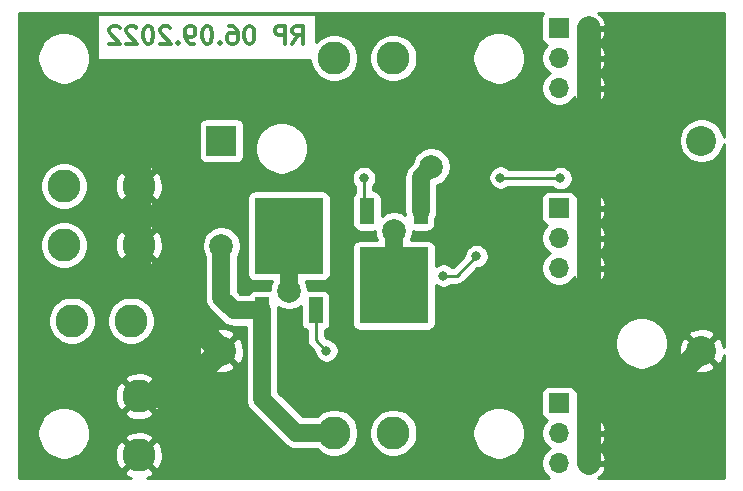
<source format=gbr>
G04 #@! TF.GenerationSoftware,KiCad,Pcbnew,(5.1.8)-1*
G04 #@! TF.CreationDate,2022-10-22T17:33:47+02:00*
G04 #@! TF.ProjectId,RP_LM2596-KfzPowerSafeguard,52505f4c-4d32-4353-9936-2d4b667a506f,rev?*
G04 #@! TF.SameCoordinates,Original*
G04 #@! TF.FileFunction,Copper,L2,Bot*
G04 #@! TF.FilePolarity,Positive*
%FSLAX46Y46*%
G04 Gerber Fmt 4.6, Leading zero omitted, Abs format (unit mm)*
G04 Created by KiCad (PCBNEW (5.1.8)-1) date 2022-10-22 17:33:47*
%MOMM*%
%LPD*%
G01*
G04 APERTURE LIST*
G04 #@! TA.AperFunction,NonConductor*
%ADD10C,0.300000*%
G04 #@! TD*
G04 #@! TA.AperFunction,ComponentPad*
%ADD11R,2.540000X2.540000*%
G04 #@! TD*
G04 #@! TA.AperFunction,ComponentPad*
%ADD12C,2.540000*%
G04 #@! TD*
G04 #@! TA.AperFunction,ComponentPad*
%ADD13C,2.800000*%
G04 #@! TD*
G04 #@! TA.AperFunction,ComponentPad*
%ADD14R,1.700000X1.700000*%
G04 #@! TD*
G04 #@! TA.AperFunction,ComponentPad*
%ADD15O,1.700000X1.700000*%
G04 #@! TD*
G04 #@! TA.AperFunction,SMDPad,CuDef*
%ADD16R,1.200000X2.200000*%
G04 #@! TD*
G04 #@! TA.AperFunction,SMDPad,CuDef*
%ADD17R,5.800000X6.400000*%
G04 #@! TD*
G04 #@! TA.AperFunction,ViaPad*
%ADD18C,2.000000*%
G04 #@! TD*
G04 #@! TA.AperFunction,ViaPad*
%ADD19C,0.800000*%
G04 #@! TD*
G04 #@! TA.AperFunction,Conductor*
%ADD20C,2.000000*%
G04 #@! TD*
G04 #@! TA.AperFunction,Conductor*
%ADD21C,0.250000*%
G04 #@! TD*
G04 #@! TA.AperFunction,Conductor*
%ADD22C,1.500000*%
G04 #@! TD*
G04 #@! TA.AperFunction,Conductor*
%ADD23C,0.254000*%
G04 #@! TD*
G04 #@! TA.AperFunction,Conductor*
%ADD24C,0.100000*%
G04 #@! TD*
G04 APERTURE END LIST*
D10*
X104440714Y-62908571D02*
X104940714Y-62194285D01*
X105297857Y-62908571D02*
X105297857Y-61408571D01*
X104726428Y-61408571D01*
X104583571Y-61480000D01*
X104512142Y-61551428D01*
X104440714Y-61694285D01*
X104440714Y-61908571D01*
X104512142Y-62051428D01*
X104583571Y-62122857D01*
X104726428Y-62194285D01*
X105297857Y-62194285D01*
X103797857Y-62908571D02*
X103797857Y-61408571D01*
X103226428Y-61408571D01*
X103083571Y-61480000D01*
X103012142Y-61551428D01*
X102940714Y-61694285D01*
X102940714Y-61908571D01*
X103012142Y-62051428D01*
X103083571Y-62122857D01*
X103226428Y-62194285D01*
X103797857Y-62194285D01*
X100869285Y-61408571D02*
X100726428Y-61408571D01*
X100583571Y-61480000D01*
X100512142Y-61551428D01*
X100440714Y-61694285D01*
X100369285Y-61980000D01*
X100369285Y-62337142D01*
X100440714Y-62622857D01*
X100512142Y-62765714D01*
X100583571Y-62837142D01*
X100726428Y-62908571D01*
X100869285Y-62908571D01*
X101012142Y-62837142D01*
X101083571Y-62765714D01*
X101155000Y-62622857D01*
X101226428Y-62337142D01*
X101226428Y-61980000D01*
X101155000Y-61694285D01*
X101083571Y-61551428D01*
X101012142Y-61480000D01*
X100869285Y-61408571D01*
X99083571Y-61408571D02*
X99369285Y-61408571D01*
X99512142Y-61480000D01*
X99583571Y-61551428D01*
X99726428Y-61765714D01*
X99797857Y-62051428D01*
X99797857Y-62622857D01*
X99726428Y-62765714D01*
X99655000Y-62837142D01*
X99512142Y-62908571D01*
X99226428Y-62908571D01*
X99083571Y-62837142D01*
X99012142Y-62765714D01*
X98940714Y-62622857D01*
X98940714Y-62265714D01*
X99012142Y-62122857D01*
X99083571Y-62051428D01*
X99226428Y-61980000D01*
X99512142Y-61980000D01*
X99655000Y-62051428D01*
X99726428Y-62122857D01*
X99797857Y-62265714D01*
X98297857Y-62765714D02*
X98226428Y-62837142D01*
X98297857Y-62908571D01*
X98369285Y-62837142D01*
X98297857Y-62765714D01*
X98297857Y-62908571D01*
X97297857Y-61408571D02*
X97155000Y-61408571D01*
X97012142Y-61480000D01*
X96940714Y-61551428D01*
X96869285Y-61694285D01*
X96797857Y-61980000D01*
X96797857Y-62337142D01*
X96869285Y-62622857D01*
X96940714Y-62765714D01*
X97012142Y-62837142D01*
X97155000Y-62908571D01*
X97297857Y-62908571D01*
X97440714Y-62837142D01*
X97512142Y-62765714D01*
X97583571Y-62622857D01*
X97655000Y-62337142D01*
X97655000Y-61980000D01*
X97583571Y-61694285D01*
X97512142Y-61551428D01*
X97440714Y-61480000D01*
X97297857Y-61408571D01*
X96083571Y-62908571D02*
X95797857Y-62908571D01*
X95655000Y-62837142D01*
X95583571Y-62765714D01*
X95440714Y-62551428D01*
X95369285Y-62265714D01*
X95369285Y-61694285D01*
X95440714Y-61551428D01*
X95512142Y-61480000D01*
X95655000Y-61408571D01*
X95940714Y-61408571D01*
X96083571Y-61480000D01*
X96155000Y-61551428D01*
X96226428Y-61694285D01*
X96226428Y-62051428D01*
X96155000Y-62194285D01*
X96083571Y-62265714D01*
X95940714Y-62337142D01*
X95655000Y-62337142D01*
X95512142Y-62265714D01*
X95440714Y-62194285D01*
X95369285Y-62051428D01*
X94726428Y-62765714D02*
X94655000Y-62837142D01*
X94726428Y-62908571D01*
X94797857Y-62837142D01*
X94726428Y-62765714D01*
X94726428Y-62908571D01*
X94083571Y-61551428D02*
X94012142Y-61480000D01*
X93869285Y-61408571D01*
X93512142Y-61408571D01*
X93369285Y-61480000D01*
X93297857Y-61551428D01*
X93226428Y-61694285D01*
X93226428Y-61837142D01*
X93297857Y-62051428D01*
X94155000Y-62908571D01*
X93226428Y-62908571D01*
X92297857Y-61408571D02*
X92155000Y-61408571D01*
X92012142Y-61480000D01*
X91940714Y-61551428D01*
X91869285Y-61694285D01*
X91797857Y-61980000D01*
X91797857Y-62337142D01*
X91869285Y-62622857D01*
X91940714Y-62765714D01*
X92012142Y-62837142D01*
X92155000Y-62908571D01*
X92297857Y-62908571D01*
X92440714Y-62837142D01*
X92512142Y-62765714D01*
X92583571Y-62622857D01*
X92655000Y-62337142D01*
X92655000Y-61980000D01*
X92583571Y-61694285D01*
X92512142Y-61551428D01*
X92440714Y-61480000D01*
X92297857Y-61408571D01*
X91226428Y-61551428D02*
X91155000Y-61480000D01*
X91012142Y-61408571D01*
X90655000Y-61408571D01*
X90512142Y-61480000D01*
X90440714Y-61551428D01*
X90369285Y-61694285D01*
X90369285Y-61837142D01*
X90440714Y-62051428D01*
X91297857Y-62908571D01*
X90369285Y-62908571D01*
X89797857Y-61551428D02*
X89726428Y-61480000D01*
X89583571Y-61408571D01*
X89226428Y-61408571D01*
X89083571Y-61480000D01*
X89012142Y-61551428D01*
X88940714Y-61694285D01*
X88940714Y-61837142D01*
X89012142Y-62051428D01*
X89869285Y-62908571D01*
X88940714Y-62908571D01*
D11*
X98425000Y-71120000D03*
D12*
X98425000Y-88900000D03*
X139065000Y-71120000D03*
X139065000Y-88900000D03*
D13*
X85090000Y-79970000D03*
X85090000Y-74970000D03*
X91440000Y-74970000D03*
X91440000Y-79970000D03*
X85765000Y-86360000D03*
X90765000Y-86360000D03*
X107990000Y-95845000D03*
X112990000Y-95845000D03*
X91440000Y-97750000D03*
X91440000Y-92750000D03*
X107990000Y-64135000D03*
X112990000Y-64135000D03*
D14*
X127000000Y-61595000D03*
D15*
X129540000Y-61595000D03*
X127000000Y-64135000D03*
X129540000Y-64135000D03*
X127000000Y-66675000D03*
X129540000Y-66675000D03*
X129540000Y-98425000D03*
X127000000Y-98425000D03*
X129540000Y-95885000D03*
X127000000Y-95885000D03*
X129540000Y-93345000D03*
D14*
X127000000Y-93345000D03*
X127000000Y-76835000D03*
D15*
X129540000Y-76835000D03*
X127000000Y-79375000D03*
X129540000Y-79375000D03*
X127000000Y-81915000D03*
X129540000Y-81915000D03*
D16*
X106420000Y-85480000D03*
X101860000Y-85480000D03*
D17*
X104140000Y-79180000D03*
X113030000Y-83380000D03*
D16*
X115310000Y-77080000D03*
X110750000Y-77080000D03*
D18*
X92710000Y-66040000D03*
D19*
X106680000Y-74168000D03*
X118491000Y-73279000D03*
X114046000Y-98298000D03*
X114300000Y-61595000D03*
D18*
X98425000Y-80010000D03*
D19*
X120015000Y-80899000D03*
X117221000Y-82550000D03*
D18*
X116205000Y-73320000D03*
D19*
X122047000Y-74258000D03*
X127127000Y-74295000D03*
X107315000Y-88900000D03*
X110490000Y-74295000D03*
D18*
X113030000Y-78740000D03*
X104140000Y-83820000D03*
D20*
X92710000Y-66040000D02*
X103505000Y-66040000D01*
X103505000Y-66040000D02*
X108585000Y-71120000D01*
X129540000Y-71120000D02*
X129540000Y-66675000D01*
X129540000Y-66675000D02*
X129540000Y-64135000D01*
X129540000Y-64135000D02*
X129540000Y-61595000D01*
X129540000Y-74930000D02*
X129540000Y-76835000D01*
X129540000Y-71120000D02*
X129540000Y-74930000D01*
X129540000Y-76835000D02*
X129540000Y-79375000D01*
X129540000Y-79375000D02*
X129540000Y-81915000D01*
X129540000Y-98425000D02*
X129540000Y-95885000D01*
X129540000Y-95885000D02*
X129540000Y-93345000D01*
X134620000Y-93345000D02*
X129540000Y-93345000D01*
X139065000Y-88900000D02*
X134620000Y-93345000D01*
D21*
X108585000Y-71697315D02*
X108585000Y-71120000D01*
X106680000Y-73602315D02*
X108585000Y-71697315D01*
X106680000Y-74168000D02*
X106680000Y-73602315D01*
X114046000Y-98298000D02*
X116078000Y-96266000D01*
X116078000Y-96266000D02*
X116078000Y-94869000D01*
X120396000Y-90551000D02*
X129540000Y-90551000D01*
X116078000Y-94869000D02*
X120396000Y-90551000D01*
D20*
X129540000Y-93345000D02*
X129540000Y-90551000D01*
X129540000Y-90551000D02*
X129540000Y-81915000D01*
X91440000Y-79970000D02*
X91440000Y-74970000D01*
X91440000Y-67310000D02*
X92710000Y-66040000D01*
X91440000Y-74970000D02*
X91440000Y-67310000D01*
X94575000Y-92750000D02*
X98425000Y-88900000D01*
X91440000Y-92750000D02*
X94575000Y-92750000D01*
X91440000Y-81915000D02*
X98425000Y-88900000D01*
X91440000Y-79970000D02*
X91440000Y-81915000D01*
X110490000Y-71120000D02*
X112395000Y-71120000D01*
X108585000Y-71120000D02*
X110490000Y-71120000D01*
X112395000Y-71120000D02*
X114300000Y-69215000D01*
X118745000Y-69215000D02*
X120650000Y-71120000D01*
X120650000Y-71120000D02*
X129540000Y-71120000D01*
D21*
X116840000Y-64135000D02*
X114300000Y-61595000D01*
X116840000Y-69215000D02*
X116840000Y-64135000D01*
D20*
X116840000Y-69215000D02*
X118745000Y-69215000D01*
X114300000Y-69215000D02*
X116840000Y-69215000D01*
D21*
X118491000Y-73279000D02*
X120650000Y-71120000D01*
D22*
X98425000Y-80010000D02*
X98425000Y-84455000D01*
X99450000Y-85480000D02*
X101860000Y-85480000D01*
X98425000Y-84455000D02*
X99450000Y-85480000D01*
X101860000Y-85480000D02*
X101860000Y-92970000D01*
X104735000Y-95845000D02*
X107990000Y-95845000D01*
X101860000Y-92970000D02*
X104735000Y-95845000D01*
D21*
X120015000Y-80899000D02*
X118364000Y-82550000D01*
X118364000Y-82550000D02*
X117221000Y-82550000D01*
D22*
X115310000Y-77080000D02*
X115310000Y-74215000D01*
X115310000Y-74215000D02*
X116205000Y-73320000D01*
D21*
X122047000Y-74258000D02*
X127090000Y-74258000D01*
X127090000Y-74258000D02*
X127127000Y-74295000D01*
X106420000Y-88005000D02*
X106420000Y-85480000D01*
X107315000Y-88900000D02*
X106420000Y-88005000D01*
X110490000Y-76820000D02*
X110750000Y-77080000D01*
X110490000Y-74295000D02*
X110490000Y-76820000D01*
D22*
X113030000Y-83380000D02*
X113030000Y-78740000D01*
X104140000Y-83820000D02*
X104140000Y-79180000D01*
D23*
X125619463Y-60390506D02*
X125560498Y-60500820D01*
X125524188Y-60620518D01*
X125511928Y-60745000D01*
X125511928Y-62445000D01*
X125524188Y-62569482D01*
X125560498Y-62689180D01*
X125619463Y-62799494D01*
X125698815Y-62896185D01*
X125795506Y-62975537D01*
X125905820Y-63034502D01*
X125978380Y-63056513D01*
X125846525Y-63188368D01*
X125684010Y-63431589D01*
X125572068Y-63701842D01*
X125515000Y-63988740D01*
X125515000Y-64281260D01*
X125572068Y-64568158D01*
X125684010Y-64838411D01*
X125846525Y-65081632D01*
X126053368Y-65288475D01*
X126227760Y-65405000D01*
X126053368Y-65521525D01*
X125846525Y-65728368D01*
X125684010Y-65971589D01*
X125572068Y-66241842D01*
X125515000Y-66528740D01*
X125515000Y-66821260D01*
X125572068Y-67108158D01*
X125684010Y-67378411D01*
X125846525Y-67621632D01*
X126053368Y-67828475D01*
X126296589Y-67990990D01*
X126566842Y-68102932D01*
X126853740Y-68160000D01*
X127146260Y-68160000D01*
X127433158Y-68102932D01*
X127703411Y-67990990D01*
X127946632Y-67828475D01*
X128153475Y-67621632D01*
X128271100Y-67445594D01*
X128442412Y-67675269D01*
X128658645Y-67870178D01*
X128908748Y-68019157D01*
X129183109Y-68116481D01*
X129413000Y-67995814D01*
X129413000Y-66802000D01*
X129667000Y-66802000D01*
X129667000Y-67995814D01*
X129896891Y-68116481D01*
X130171252Y-68019157D01*
X130421355Y-67870178D01*
X130637588Y-67675269D01*
X130811641Y-67441920D01*
X130936825Y-67179099D01*
X130981476Y-67031890D01*
X130860155Y-66802000D01*
X129667000Y-66802000D01*
X129413000Y-66802000D01*
X129393000Y-66802000D01*
X129393000Y-66548000D01*
X129413000Y-66548000D01*
X129413000Y-64262000D01*
X129667000Y-64262000D01*
X129667000Y-66548000D01*
X130860155Y-66548000D01*
X130981476Y-66318110D01*
X130936825Y-66170901D01*
X130811641Y-65908080D01*
X130637588Y-65674731D01*
X130421355Y-65479822D01*
X130295745Y-65405000D01*
X130421355Y-65330178D01*
X130637588Y-65135269D01*
X130811641Y-64901920D01*
X130936825Y-64639099D01*
X130981476Y-64491890D01*
X130860155Y-64262000D01*
X129667000Y-64262000D01*
X129413000Y-64262000D01*
X129393000Y-64262000D01*
X129393000Y-64008000D01*
X129413000Y-64008000D01*
X129413000Y-61722000D01*
X129667000Y-61722000D01*
X129667000Y-64008000D01*
X130860155Y-64008000D01*
X130981476Y-63778110D01*
X130936825Y-63630901D01*
X130811641Y-63368080D01*
X130637588Y-63134731D01*
X130421355Y-62939822D01*
X130295745Y-62865000D01*
X130421355Y-62790178D01*
X130637588Y-62595269D01*
X130811641Y-62361920D01*
X130936825Y-62099099D01*
X130981476Y-61951890D01*
X130860155Y-61722000D01*
X129667000Y-61722000D01*
X129413000Y-61722000D01*
X129393000Y-61722000D01*
X129393000Y-61468000D01*
X129413000Y-61468000D01*
X129413000Y-61448000D01*
X129667000Y-61448000D01*
X129667000Y-61468000D01*
X130860155Y-61468000D01*
X130981476Y-61238110D01*
X130936825Y-61090901D01*
X130811641Y-60828080D01*
X130637588Y-60594731D01*
X130421355Y-60399822D01*
X130337715Y-60350000D01*
X140945000Y-60350000D01*
X140945000Y-70806693D01*
X140896791Y-70564332D01*
X140753189Y-70217644D01*
X140544710Y-69905634D01*
X140279366Y-69640290D01*
X139967356Y-69431811D01*
X139620668Y-69288209D01*
X139252626Y-69215000D01*
X138877374Y-69215000D01*
X138509332Y-69288209D01*
X138162644Y-69431811D01*
X137850634Y-69640290D01*
X137585290Y-69905634D01*
X137376811Y-70217644D01*
X137233209Y-70564332D01*
X137160000Y-70932374D01*
X137160000Y-71307626D01*
X137233209Y-71675668D01*
X137376811Y-72022356D01*
X137585290Y-72334366D01*
X137850634Y-72599710D01*
X138162644Y-72808189D01*
X138509332Y-72951791D01*
X138877374Y-73025000D01*
X139252626Y-73025000D01*
X139620668Y-72951791D01*
X139967356Y-72808189D01*
X140279366Y-72599710D01*
X140544710Y-72334366D01*
X140753189Y-72022356D01*
X140896791Y-71675668D01*
X140945000Y-71433306D01*
X140945001Y-88582019D01*
X140931618Y-88475773D01*
X140812988Y-88119765D01*
X140684871Y-87880076D01*
X140392852Y-87751753D01*
X139244605Y-88900000D01*
X140392852Y-90048247D01*
X140684871Y-89919924D01*
X140852723Y-89584305D01*
X140945001Y-89247477D01*
X140945001Y-99670000D01*
X130337715Y-99670000D01*
X130421355Y-99620178D01*
X130637588Y-99425269D01*
X130811641Y-99191920D01*
X130936825Y-98929099D01*
X130981476Y-98781890D01*
X130860155Y-98552000D01*
X129667000Y-98552000D01*
X129667000Y-98572000D01*
X129413000Y-98572000D01*
X129413000Y-98552000D01*
X129393000Y-98552000D01*
X129393000Y-98298000D01*
X129413000Y-98298000D01*
X129413000Y-96012000D01*
X129667000Y-96012000D01*
X129667000Y-98298000D01*
X130860155Y-98298000D01*
X130981476Y-98068110D01*
X130936825Y-97920901D01*
X130811641Y-97658080D01*
X130637588Y-97424731D01*
X130421355Y-97229822D01*
X130295745Y-97155000D01*
X130421355Y-97080178D01*
X130637588Y-96885269D01*
X130811641Y-96651920D01*
X130936825Y-96389099D01*
X130981476Y-96241890D01*
X130860155Y-96012000D01*
X129667000Y-96012000D01*
X129413000Y-96012000D01*
X129393000Y-96012000D01*
X129393000Y-95758000D01*
X129413000Y-95758000D01*
X129413000Y-93472000D01*
X129667000Y-93472000D01*
X129667000Y-95758000D01*
X130860155Y-95758000D01*
X130981476Y-95528110D01*
X130936825Y-95380901D01*
X130811641Y-95118080D01*
X130637588Y-94884731D01*
X130421355Y-94689822D01*
X130295745Y-94615000D01*
X130421355Y-94540178D01*
X130637588Y-94345269D01*
X130811641Y-94111920D01*
X130936825Y-93849099D01*
X130981476Y-93701890D01*
X130860155Y-93472000D01*
X129667000Y-93472000D01*
X129413000Y-93472000D01*
X129393000Y-93472000D01*
X129393000Y-93218000D01*
X129413000Y-93218000D01*
X129413000Y-92024186D01*
X129667000Y-92024186D01*
X129667000Y-93218000D01*
X130860155Y-93218000D01*
X130981476Y-92988110D01*
X130936825Y-92840901D01*
X130811641Y-92578080D01*
X130637588Y-92344731D01*
X130421355Y-92149822D01*
X130171252Y-92000843D01*
X129896891Y-91903519D01*
X129667000Y-92024186D01*
X129413000Y-92024186D01*
X129183109Y-91903519D01*
X128908748Y-92000843D01*
X128658645Y-92149822D01*
X128462498Y-92326626D01*
X128439502Y-92250820D01*
X128380537Y-92140506D01*
X128301185Y-92043815D01*
X128204494Y-91964463D01*
X128094180Y-91905498D01*
X127974482Y-91869188D01*
X127850000Y-91856928D01*
X126150000Y-91856928D01*
X126025518Y-91869188D01*
X125905820Y-91905498D01*
X125795506Y-91964463D01*
X125698815Y-92043815D01*
X125619463Y-92140506D01*
X125560498Y-92250820D01*
X125524188Y-92370518D01*
X125511928Y-92495000D01*
X125511928Y-94195000D01*
X125524188Y-94319482D01*
X125560498Y-94439180D01*
X125619463Y-94549494D01*
X125698815Y-94646185D01*
X125795506Y-94725537D01*
X125905820Y-94784502D01*
X125978380Y-94806513D01*
X125846525Y-94938368D01*
X125684010Y-95181589D01*
X125572068Y-95451842D01*
X125515000Y-95738740D01*
X125515000Y-96031260D01*
X125572068Y-96318158D01*
X125684010Y-96588411D01*
X125846525Y-96831632D01*
X126053368Y-97038475D01*
X126227760Y-97155000D01*
X126053368Y-97271525D01*
X125846525Y-97478368D01*
X125684010Y-97721589D01*
X125572068Y-97991842D01*
X125515000Y-98278740D01*
X125515000Y-98571260D01*
X125572068Y-98858158D01*
X125684010Y-99128411D01*
X125846525Y-99371632D01*
X126053368Y-99578475D01*
X126190345Y-99670000D01*
X92115758Y-99670000D01*
X92265540Y-99620795D01*
X92536865Y-99475770D01*
X92680842Y-99170447D01*
X91440000Y-97929605D01*
X90199158Y-99170447D01*
X90343135Y-99475770D01*
X90700892Y-99656597D01*
X90749012Y-99670000D01*
X81305000Y-99670000D01*
X81305000Y-95664872D01*
X82855000Y-95664872D01*
X82855000Y-96105128D01*
X82940890Y-96536925D01*
X83109369Y-96943669D01*
X83353962Y-97309729D01*
X83665271Y-97621038D01*
X84031331Y-97865631D01*
X84438075Y-98034110D01*
X84869872Y-98120000D01*
X85310128Y-98120000D01*
X85741925Y-98034110D01*
X86148669Y-97865631D01*
X86251716Y-97796777D01*
X89395690Y-97796777D01*
X89444096Y-98194704D01*
X89569205Y-98575540D01*
X89714230Y-98846865D01*
X90019553Y-98990842D01*
X91260395Y-97750000D01*
X91619605Y-97750000D01*
X92860447Y-98990842D01*
X93165770Y-98846865D01*
X93346597Y-98489108D01*
X93454155Y-98102947D01*
X93484310Y-97703223D01*
X93435904Y-97305296D01*
X93310795Y-96924460D01*
X93165770Y-96653135D01*
X92860447Y-96509158D01*
X91619605Y-97750000D01*
X91260395Y-97750000D01*
X90019553Y-96509158D01*
X89714230Y-96653135D01*
X89533403Y-97010892D01*
X89425845Y-97397053D01*
X89395690Y-97796777D01*
X86251716Y-97796777D01*
X86514729Y-97621038D01*
X86826038Y-97309729D01*
X87070631Y-96943669D01*
X87239110Y-96536925D01*
X87280358Y-96329553D01*
X90199158Y-96329553D01*
X91440000Y-97570395D01*
X92680842Y-96329553D01*
X92536865Y-96024230D01*
X92179108Y-95843403D01*
X91792947Y-95735845D01*
X91393223Y-95705690D01*
X90995296Y-95754096D01*
X90614460Y-95879205D01*
X90343135Y-96024230D01*
X90199158Y-96329553D01*
X87280358Y-96329553D01*
X87325000Y-96105128D01*
X87325000Y-95664872D01*
X87239110Y-95233075D01*
X87070631Y-94826331D01*
X86826038Y-94460271D01*
X86536214Y-94170447D01*
X90199158Y-94170447D01*
X90343135Y-94475770D01*
X90700892Y-94656597D01*
X91087053Y-94764155D01*
X91486777Y-94794310D01*
X91884704Y-94745904D01*
X92265540Y-94620795D01*
X92536865Y-94475770D01*
X92680842Y-94170447D01*
X91440000Y-92929605D01*
X90199158Y-94170447D01*
X86536214Y-94170447D01*
X86514729Y-94148962D01*
X86148669Y-93904369D01*
X85741925Y-93735890D01*
X85310128Y-93650000D01*
X84869872Y-93650000D01*
X84438075Y-93735890D01*
X84031331Y-93904369D01*
X83665271Y-94148962D01*
X83353962Y-94460271D01*
X83109369Y-94826331D01*
X82940890Y-95233075D01*
X82855000Y-95664872D01*
X81305000Y-95664872D01*
X81305000Y-92796777D01*
X89395690Y-92796777D01*
X89444096Y-93194704D01*
X89569205Y-93575540D01*
X89714230Y-93846865D01*
X90019553Y-93990842D01*
X91260395Y-92750000D01*
X91619605Y-92750000D01*
X92860447Y-93990842D01*
X93165770Y-93846865D01*
X93346597Y-93489108D01*
X93454155Y-93102947D01*
X93484310Y-92703223D01*
X93435904Y-92305296D01*
X93310795Y-91924460D01*
X93165770Y-91653135D01*
X92860447Y-91509158D01*
X91619605Y-92750000D01*
X91260395Y-92750000D01*
X90019553Y-91509158D01*
X89714230Y-91653135D01*
X89533403Y-92010892D01*
X89425845Y-92397053D01*
X89395690Y-92796777D01*
X81305000Y-92796777D01*
X81305000Y-91329553D01*
X90199158Y-91329553D01*
X91440000Y-92570395D01*
X92680842Y-91329553D01*
X92536865Y-91024230D01*
X92179108Y-90843403D01*
X91792947Y-90735845D01*
X91393223Y-90705690D01*
X90995296Y-90754096D01*
X90614460Y-90879205D01*
X90343135Y-91024230D01*
X90199158Y-91329553D01*
X81305000Y-91329553D01*
X81305000Y-90227852D01*
X97276753Y-90227852D01*
X97405076Y-90519871D01*
X97740695Y-90687723D01*
X98102611Y-90786874D01*
X98476916Y-90813514D01*
X98849227Y-90766618D01*
X99205235Y-90647988D01*
X99444924Y-90519871D01*
X99573247Y-90227852D01*
X98425000Y-89079605D01*
X97276753Y-90227852D01*
X81305000Y-90227852D01*
X81305000Y-88951916D01*
X96511486Y-88951916D01*
X96558382Y-89324227D01*
X96677012Y-89680235D01*
X96805129Y-89919924D01*
X97097148Y-90048247D01*
X98245395Y-88900000D01*
X98604605Y-88900000D01*
X99752852Y-90048247D01*
X100044871Y-89919924D01*
X100212723Y-89584305D01*
X100311874Y-89222389D01*
X100338514Y-88848084D01*
X100291618Y-88475773D01*
X100172988Y-88119765D01*
X100044871Y-87880076D01*
X99752852Y-87751753D01*
X98604605Y-88900000D01*
X98245395Y-88900000D01*
X97097148Y-87751753D01*
X96805129Y-87880076D01*
X96637277Y-88215695D01*
X96538126Y-88577611D01*
X96511486Y-88951916D01*
X81305000Y-88951916D01*
X81305000Y-86159570D01*
X83730000Y-86159570D01*
X83730000Y-86560430D01*
X83808204Y-86953587D01*
X83961607Y-87323934D01*
X84184313Y-87657237D01*
X84467763Y-87940687D01*
X84801066Y-88163393D01*
X85171413Y-88316796D01*
X85564570Y-88395000D01*
X85965430Y-88395000D01*
X86358587Y-88316796D01*
X86728934Y-88163393D01*
X87062237Y-87940687D01*
X87345687Y-87657237D01*
X87568393Y-87323934D01*
X87721796Y-86953587D01*
X87800000Y-86560430D01*
X87800000Y-86159570D01*
X88730000Y-86159570D01*
X88730000Y-86560430D01*
X88808204Y-86953587D01*
X88961607Y-87323934D01*
X89184313Y-87657237D01*
X89467763Y-87940687D01*
X89801066Y-88163393D01*
X90171413Y-88316796D01*
X90564570Y-88395000D01*
X90965430Y-88395000D01*
X91358587Y-88316796D01*
X91728934Y-88163393D01*
X92062237Y-87940687D01*
X92345687Y-87657237D01*
X92402541Y-87572148D01*
X97276753Y-87572148D01*
X98425000Y-88720395D01*
X99573247Y-87572148D01*
X99444924Y-87280129D01*
X99109305Y-87112277D01*
X98747389Y-87013126D01*
X98373084Y-86986486D01*
X98000773Y-87033382D01*
X97644765Y-87152012D01*
X97405076Y-87280129D01*
X97276753Y-87572148D01*
X92402541Y-87572148D01*
X92568393Y-87323934D01*
X92721796Y-86953587D01*
X92800000Y-86560430D01*
X92800000Y-86159570D01*
X92721796Y-85766413D01*
X92568393Y-85396066D01*
X92345687Y-85062763D01*
X92062237Y-84779313D01*
X91728934Y-84556607D01*
X91358587Y-84403204D01*
X90965430Y-84325000D01*
X90564570Y-84325000D01*
X90171413Y-84403204D01*
X89801066Y-84556607D01*
X89467763Y-84779313D01*
X89184313Y-85062763D01*
X88961607Y-85396066D01*
X88808204Y-85766413D01*
X88730000Y-86159570D01*
X87800000Y-86159570D01*
X87721796Y-85766413D01*
X87568393Y-85396066D01*
X87345687Y-85062763D01*
X87062237Y-84779313D01*
X86728934Y-84556607D01*
X86358587Y-84403204D01*
X85965430Y-84325000D01*
X85564570Y-84325000D01*
X85171413Y-84403204D01*
X84801066Y-84556607D01*
X84467763Y-84779313D01*
X84184313Y-85062763D01*
X83961607Y-85396066D01*
X83808204Y-85766413D01*
X83730000Y-86159570D01*
X81305000Y-86159570D01*
X81305000Y-79769570D01*
X83055000Y-79769570D01*
X83055000Y-80170430D01*
X83133204Y-80563587D01*
X83286607Y-80933934D01*
X83509313Y-81267237D01*
X83792763Y-81550687D01*
X84126066Y-81773393D01*
X84496413Y-81926796D01*
X84889570Y-82005000D01*
X85290430Y-82005000D01*
X85683587Y-81926796D01*
X86053934Y-81773393D01*
X86387237Y-81550687D01*
X86547477Y-81390447D01*
X90199158Y-81390447D01*
X90343135Y-81695770D01*
X90700892Y-81876597D01*
X91087053Y-81984155D01*
X91486777Y-82014310D01*
X91884704Y-81965904D01*
X92265540Y-81840795D01*
X92536865Y-81695770D01*
X92680842Y-81390447D01*
X91440000Y-80149605D01*
X90199158Y-81390447D01*
X86547477Y-81390447D01*
X86670687Y-81267237D01*
X86893393Y-80933934D01*
X87046796Y-80563587D01*
X87125000Y-80170430D01*
X87125000Y-80016777D01*
X89395690Y-80016777D01*
X89444096Y-80414704D01*
X89569205Y-80795540D01*
X89714230Y-81066865D01*
X90019553Y-81210842D01*
X91260395Y-79970000D01*
X91619605Y-79970000D01*
X92860447Y-81210842D01*
X93165770Y-81066865D01*
X93346597Y-80709108D01*
X93454155Y-80322947D01*
X93484310Y-79923223D01*
X93475278Y-79848967D01*
X96790000Y-79848967D01*
X96790000Y-80171033D01*
X96852832Y-80486912D01*
X96976082Y-80784463D01*
X97040000Y-80880123D01*
X97040001Y-84386961D01*
X97033300Y-84455000D01*
X97060040Y-84726507D01*
X97139236Y-84987580D01*
X97267844Y-85228188D01*
X97397548Y-85386233D01*
X97397551Y-85386236D01*
X97440920Y-85439081D01*
X97493764Y-85482449D01*
X98422550Y-86411236D01*
X98465919Y-86464081D01*
X98518764Y-86507450D01*
X98518766Y-86507452D01*
X98544976Y-86528962D01*
X98676812Y-86637157D01*
X98917419Y-86765764D01*
X99178492Y-86844960D01*
X99201892Y-86847265D01*
X99381963Y-86865000D01*
X99381971Y-86865000D01*
X99450000Y-86871700D01*
X99518029Y-86865000D01*
X100475000Y-86865000D01*
X100475001Y-92901961D01*
X100468300Y-92970000D01*
X100495040Y-93241507D01*
X100574236Y-93502580D01*
X100702844Y-93743188D01*
X100832548Y-93901233D01*
X100832551Y-93901236D01*
X100875920Y-93954081D01*
X100928764Y-93997449D01*
X103707550Y-96776236D01*
X103750919Y-96829081D01*
X103803764Y-96872450D01*
X103803766Y-96872452D01*
X103819384Y-96885269D01*
X103961812Y-97002157D01*
X104152695Y-97104186D01*
X104202419Y-97130764D01*
X104463492Y-97209960D01*
X104486892Y-97212265D01*
X104666963Y-97230000D01*
X104666971Y-97230000D01*
X104735000Y-97236700D01*
X104803029Y-97230000D01*
X106497076Y-97230000D01*
X106692763Y-97425687D01*
X107026066Y-97648393D01*
X107396413Y-97801796D01*
X107789570Y-97880000D01*
X108190430Y-97880000D01*
X108583587Y-97801796D01*
X108953934Y-97648393D01*
X109287237Y-97425687D01*
X109570687Y-97142237D01*
X109793393Y-96808934D01*
X109946796Y-96438587D01*
X110025000Y-96045430D01*
X110025000Y-95644570D01*
X110955000Y-95644570D01*
X110955000Y-96045430D01*
X111033204Y-96438587D01*
X111186607Y-96808934D01*
X111409313Y-97142237D01*
X111692763Y-97425687D01*
X112026066Y-97648393D01*
X112396413Y-97801796D01*
X112789570Y-97880000D01*
X113190430Y-97880000D01*
X113583587Y-97801796D01*
X113953934Y-97648393D01*
X114287237Y-97425687D01*
X114570687Y-97142237D01*
X114793393Y-96808934D01*
X114946796Y-96438587D01*
X115025000Y-96045430D01*
X115025000Y-95664872D01*
X119685000Y-95664872D01*
X119685000Y-96105128D01*
X119770890Y-96536925D01*
X119939369Y-96943669D01*
X120183962Y-97309729D01*
X120495271Y-97621038D01*
X120861331Y-97865631D01*
X121268075Y-98034110D01*
X121699872Y-98120000D01*
X122140128Y-98120000D01*
X122571925Y-98034110D01*
X122978669Y-97865631D01*
X123344729Y-97621038D01*
X123656038Y-97309729D01*
X123900631Y-96943669D01*
X124069110Y-96536925D01*
X124155000Y-96105128D01*
X124155000Y-95664872D01*
X124069110Y-95233075D01*
X123900631Y-94826331D01*
X123656038Y-94460271D01*
X123344729Y-94148962D01*
X122978669Y-93904369D01*
X122571925Y-93735890D01*
X122140128Y-93650000D01*
X121699872Y-93650000D01*
X121268075Y-93735890D01*
X120861331Y-93904369D01*
X120495271Y-94148962D01*
X120183962Y-94460271D01*
X119939369Y-94826331D01*
X119770890Y-95233075D01*
X119685000Y-95664872D01*
X115025000Y-95664872D01*
X115025000Y-95644570D01*
X114946796Y-95251413D01*
X114793393Y-94881066D01*
X114570687Y-94547763D01*
X114287237Y-94264313D01*
X113953934Y-94041607D01*
X113583587Y-93888204D01*
X113190430Y-93810000D01*
X112789570Y-93810000D01*
X112396413Y-93888204D01*
X112026066Y-94041607D01*
X111692763Y-94264313D01*
X111409313Y-94547763D01*
X111186607Y-94881066D01*
X111033204Y-95251413D01*
X110955000Y-95644570D01*
X110025000Y-95644570D01*
X109946796Y-95251413D01*
X109793393Y-94881066D01*
X109570687Y-94547763D01*
X109287237Y-94264313D01*
X108953934Y-94041607D01*
X108583587Y-93888204D01*
X108190430Y-93810000D01*
X107789570Y-93810000D01*
X107396413Y-93888204D01*
X107026066Y-94041607D01*
X106692763Y-94264313D01*
X106497076Y-94460000D01*
X105308686Y-94460000D01*
X103245000Y-92396315D01*
X103245000Y-85548037D01*
X103251701Y-85480000D01*
X103224960Y-85208493D01*
X103212212Y-85166470D01*
X103365537Y-85268918D01*
X103663088Y-85392168D01*
X103978967Y-85455000D01*
X104301033Y-85455000D01*
X104616912Y-85392168D01*
X104914463Y-85268918D01*
X105181928Y-85090203D01*
X105181928Y-86580000D01*
X105194188Y-86704482D01*
X105230498Y-86824180D01*
X105289463Y-86934494D01*
X105368815Y-87031185D01*
X105465506Y-87110537D01*
X105575820Y-87169502D01*
X105660000Y-87195038D01*
X105660000Y-87967677D01*
X105656324Y-88005000D01*
X105660000Y-88042322D01*
X105660000Y-88042332D01*
X105670997Y-88153985D01*
X105714454Y-88297246D01*
X105785026Y-88429276D01*
X105823145Y-88475723D01*
X105879999Y-88545001D01*
X105909002Y-88568803D01*
X106280000Y-88939801D01*
X106280000Y-89001939D01*
X106319774Y-89201898D01*
X106397795Y-89390256D01*
X106511063Y-89559774D01*
X106655226Y-89703937D01*
X106824744Y-89817205D01*
X107013102Y-89895226D01*
X107213061Y-89935000D01*
X107416939Y-89935000D01*
X107616898Y-89895226D01*
X107805256Y-89817205D01*
X107974774Y-89703937D01*
X108118937Y-89559774D01*
X108232205Y-89390256D01*
X108310226Y-89201898D01*
X108350000Y-89001939D01*
X108350000Y-88798061D01*
X108310226Y-88598102D01*
X108232205Y-88409744D01*
X108118937Y-88240226D01*
X107974774Y-88096063D01*
X107898162Y-88044872D01*
X131750000Y-88044872D01*
X131750000Y-88485128D01*
X131835890Y-88916925D01*
X132004369Y-89323669D01*
X132248962Y-89689729D01*
X132560271Y-90001038D01*
X132926331Y-90245631D01*
X133333075Y-90414110D01*
X133764872Y-90500000D01*
X134205128Y-90500000D01*
X134636925Y-90414110D01*
X135043669Y-90245631D01*
X135070277Y-90227852D01*
X137916753Y-90227852D01*
X138045076Y-90519871D01*
X138380695Y-90687723D01*
X138742611Y-90786874D01*
X139116916Y-90813514D01*
X139489227Y-90766618D01*
X139845235Y-90647988D01*
X140084924Y-90519871D01*
X140213247Y-90227852D01*
X139065000Y-89079605D01*
X137916753Y-90227852D01*
X135070277Y-90227852D01*
X135409729Y-90001038D01*
X135721038Y-89689729D01*
X135965631Y-89323669D01*
X136119616Y-88951916D01*
X137151486Y-88951916D01*
X137198382Y-89324227D01*
X137317012Y-89680235D01*
X137445129Y-89919924D01*
X137737148Y-90048247D01*
X138885395Y-88900000D01*
X137737148Y-87751753D01*
X137445129Y-87880076D01*
X137277277Y-88215695D01*
X137178126Y-88577611D01*
X137151486Y-88951916D01*
X136119616Y-88951916D01*
X136134110Y-88916925D01*
X136220000Y-88485128D01*
X136220000Y-88044872D01*
X136134110Y-87613075D01*
X136117158Y-87572148D01*
X137916753Y-87572148D01*
X139065000Y-88720395D01*
X140213247Y-87572148D01*
X140084924Y-87280129D01*
X139749305Y-87112277D01*
X139387389Y-87013126D01*
X139013084Y-86986486D01*
X138640773Y-87033382D01*
X138284765Y-87152012D01*
X138045076Y-87280129D01*
X137916753Y-87572148D01*
X136117158Y-87572148D01*
X135965631Y-87206331D01*
X135721038Y-86840271D01*
X135409729Y-86528962D01*
X135043669Y-86284369D01*
X134636925Y-86115890D01*
X134205128Y-86030000D01*
X133764872Y-86030000D01*
X133333075Y-86115890D01*
X132926331Y-86284369D01*
X132560271Y-86528962D01*
X132248962Y-86840271D01*
X132004369Y-87206331D01*
X131835890Y-87613075D01*
X131750000Y-88044872D01*
X107898162Y-88044872D01*
X107805256Y-87982795D01*
X107616898Y-87904774D01*
X107416939Y-87865000D01*
X107354801Y-87865000D01*
X107180000Y-87690199D01*
X107180000Y-87195038D01*
X107264180Y-87169502D01*
X107374494Y-87110537D01*
X107471185Y-87031185D01*
X107550537Y-86934494D01*
X107609502Y-86824180D01*
X107645812Y-86704482D01*
X107658072Y-86580000D01*
X107658072Y-84380000D01*
X107645812Y-84255518D01*
X107609502Y-84135820D01*
X107550537Y-84025506D01*
X107471185Y-83928815D01*
X107374494Y-83849463D01*
X107264180Y-83790498D01*
X107144482Y-83754188D01*
X107020000Y-83741928D01*
X105820000Y-83741928D01*
X105775000Y-83746360D01*
X105775000Y-83658967D01*
X105712168Y-83343088D01*
X105588918Y-83045537D01*
X105570566Y-83018072D01*
X107040000Y-83018072D01*
X107164482Y-83005812D01*
X107284180Y-82969502D01*
X107394494Y-82910537D01*
X107491185Y-82831185D01*
X107570537Y-82734494D01*
X107629502Y-82624180D01*
X107665812Y-82504482D01*
X107678072Y-82380000D01*
X107678072Y-75980000D01*
X107665812Y-75855518D01*
X107629502Y-75735820D01*
X107570537Y-75625506D01*
X107491185Y-75528815D01*
X107394494Y-75449463D01*
X107284180Y-75390498D01*
X107164482Y-75354188D01*
X107040000Y-75341928D01*
X101240000Y-75341928D01*
X101115518Y-75354188D01*
X100995820Y-75390498D01*
X100885506Y-75449463D01*
X100788815Y-75528815D01*
X100709463Y-75625506D01*
X100650498Y-75735820D01*
X100614188Y-75855518D01*
X100601928Y-75980000D01*
X100601928Y-82380000D01*
X100614188Y-82504482D01*
X100650498Y-82624180D01*
X100709463Y-82734494D01*
X100788815Y-82831185D01*
X100885506Y-82910537D01*
X100995820Y-82969502D01*
X101115518Y-83005812D01*
X101240000Y-83018072D01*
X102709434Y-83018072D01*
X102691082Y-83045537D01*
X102567832Y-83343088D01*
X102505000Y-83658967D01*
X102505000Y-83746360D01*
X102460000Y-83741928D01*
X101260000Y-83741928D01*
X101135518Y-83754188D01*
X101015820Y-83790498D01*
X100905506Y-83849463D01*
X100808815Y-83928815D01*
X100729463Y-84025506D01*
X100692317Y-84095000D01*
X100023686Y-84095000D01*
X99810000Y-83881315D01*
X99810000Y-80880123D01*
X99873918Y-80784463D01*
X99997168Y-80486912D01*
X100060000Y-80171033D01*
X100060000Y-79848967D01*
X99997168Y-79533088D01*
X99873918Y-79235537D01*
X99694987Y-78967748D01*
X99467252Y-78740013D01*
X99199463Y-78561082D01*
X98901912Y-78437832D01*
X98586033Y-78375000D01*
X98263967Y-78375000D01*
X97948088Y-78437832D01*
X97650537Y-78561082D01*
X97382748Y-78740013D01*
X97155013Y-78967748D01*
X96976082Y-79235537D01*
X96852832Y-79533088D01*
X96790000Y-79848967D01*
X93475278Y-79848967D01*
X93435904Y-79525296D01*
X93310795Y-79144460D01*
X93165770Y-78873135D01*
X92860447Y-78729158D01*
X91619605Y-79970000D01*
X91260395Y-79970000D01*
X90019553Y-78729158D01*
X89714230Y-78873135D01*
X89533403Y-79230892D01*
X89425845Y-79617053D01*
X89395690Y-80016777D01*
X87125000Y-80016777D01*
X87125000Y-79769570D01*
X87046796Y-79376413D01*
X86893393Y-79006066D01*
X86670687Y-78672763D01*
X86547477Y-78549553D01*
X90199158Y-78549553D01*
X91440000Y-79790395D01*
X92680842Y-78549553D01*
X92536865Y-78244230D01*
X92179108Y-78063403D01*
X91792947Y-77955845D01*
X91393223Y-77925690D01*
X90995296Y-77974096D01*
X90614460Y-78099205D01*
X90343135Y-78244230D01*
X90199158Y-78549553D01*
X86547477Y-78549553D01*
X86387237Y-78389313D01*
X86053934Y-78166607D01*
X85683587Y-78013204D01*
X85290430Y-77935000D01*
X84889570Y-77935000D01*
X84496413Y-78013204D01*
X84126066Y-78166607D01*
X83792763Y-78389313D01*
X83509313Y-78672763D01*
X83286607Y-79006066D01*
X83133204Y-79376413D01*
X83055000Y-79769570D01*
X81305000Y-79769570D01*
X81305000Y-74769570D01*
X83055000Y-74769570D01*
X83055000Y-75170430D01*
X83133204Y-75563587D01*
X83286607Y-75933934D01*
X83509313Y-76267237D01*
X83792763Y-76550687D01*
X84126066Y-76773393D01*
X84496413Y-76926796D01*
X84889570Y-77005000D01*
X85290430Y-77005000D01*
X85683587Y-76926796D01*
X86053934Y-76773393D01*
X86387237Y-76550687D01*
X86547477Y-76390447D01*
X90199158Y-76390447D01*
X90343135Y-76695770D01*
X90700892Y-76876597D01*
X91087053Y-76984155D01*
X91486777Y-77014310D01*
X91884704Y-76965904D01*
X92265540Y-76840795D01*
X92536865Y-76695770D01*
X92680842Y-76390447D01*
X91440000Y-75149605D01*
X90199158Y-76390447D01*
X86547477Y-76390447D01*
X86670687Y-76267237D01*
X86893393Y-75933934D01*
X87046796Y-75563587D01*
X87125000Y-75170430D01*
X87125000Y-75016777D01*
X89395690Y-75016777D01*
X89444096Y-75414704D01*
X89569205Y-75795540D01*
X89714230Y-76066865D01*
X90019553Y-76210842D01*
X91260395Y-74970000D01*
X91619605Y-74970000D01*
X92860447Y-76210842D01*
X93165770Y-76066865D01*
X93346597Y-75709108D01*
X93454155Y-75322947D01*
X93484310Y-74923223D01*
X93435904Y-74525296D01*
X93326761Y-74193061D01*
X109455000Y-74193061D01*
X109455000Y-74396939D01*
X109494774Y-74596898D01*
X109572795Y-74785256D01*
X109686063Y-74954774D01*
X109730000Y-74998711D01*
X109730000Y-75503222D01*
X109698815Y-75528815D01*
X109619463Y-75625506D01*
X109560498Y-75735820D01*
X109524188Y-75855518D01*
X109511928Y-75980000D01*
X109511928Y-78180000D01*
X109524188Y-78304482D01*
X109560498Y-78424180D01*
X109619463Y-78534494D01*
X109698815Y-78631185D01*
X109795506Y-78710537D01*
X109905820Y-78769502D01*
X110025518Y-78805812D01*
X110150000Y-78818072D01*
X111350000Y-78818072D01*
X111395000Y-78813640D01*
X111395000Y-78901033D01*
X111457832Y-79216912D01*
X111581082Y-79514463D01*
X111599434Y-79541928D01*
X110130000Y-79541928D01*
X110005518Y-79554188D01*
X109885820Y-79590498D01*
X109775506Y-79649463D01*
X109678815Y-79728815D01*
X109599463Y-79825506D01*
X109540498Y-79935820D01*
X109504188Y-80055518D01*
X109491928Y-80180000D01*
X109491928Y-86580000D01*
X109504188Y-86704482D01*
X109540498Y-86824180D01*
X109599463Y-86934494D01*
X109678815Y-87031185D01*
X109775506Y-87110537D01*
X109885820Y-87169502D01*
X110005518Y-87205812D01*
X110130000Y-87218072D01*
X115930000Y-87218072D01*
X116054482Y-87205812D01*
X116174180Y-87169502D01*
X116284494Y-87110537D01*
X116381185Y-87031185D01*
X116460537Y-86934494D01*
X116519502Y-86824180D01*
X116555812Y-86704482D01*
X116568072Y-86580000D01*
X116568072Y-83358511D01*
X116730744Y-83467205D01*
X116919102Y-83545226D01*
X117119061Y-83585000D01*
X117322939Y-83585000D01*
X117522898Y-83545226D01*
X117711256Y-83467205D01*
X117880774Y-83353937D01*
X117924711Y-83310000D01*
X118326678Y-83310000D01*
X118364000Y-83313676D01*
X118401322Y-83310000D01*
X118401333Y-83310000D01*
X118512986Y-83299003D01*
X118656247Y-83255546D01*
X118788276Y-83184974D01*
X118904001Y-83090001D01*
X118927804Y-83060997D01*
X120054802Y-81934000D01*
X120116939Y-81934000D01*
X120316898Y-81894226D01*
X120505256Y-81816205D01*
X120674774Y-81702937D01*
X120818937Y-81558774D01*
X120932205Y-81389256D01*
X121010226Y-81200898D01*
X121050000Y-81000939D01*
X121050000Y-80797061D01*
X121010226Y-80597102D01*
X120932205Y-80408744D01*
X120818937Y-80239226D01*
X120674774Y-80095063D01*
X120505256Y-79981795D01*
X120316898Y-79903774D01*
X120116939Y-79864000D01*
X119913061Y-79864000D01*
X119713102Y-79903774D01*
X119524744Y-79981795D01*
X119355226Y-80095063D01*
X119211063Y-80239226D01*
X119097795Y-80408744D01*
X119019774Y-80597102D01*
X118980000Y-80797061D01*
X118980000Y-80859198D01*
X118049199Y-81790000D01*
X117924711Y-81790000D01*
X117880774Y-81746063D01*
X117711256Y-81632795D01*
X117522898Y-81554774D01*
X117322939Y-81515000D01*
X117119061Y-81515000D01*
X116919102Y-81554774D01*
X116730744Y-81632795D01*
X116568072Y-81741489D01*
X116568072Y-80180000D01*
X116555812Y-80055518D01*
X116519502Y-79935820D01*
X116460537Y-79825506D01*
X116381185Y-79728815D01*
X116284494Y-79649463D01*
X116174180Y-79590498D01*
X116054482Y-79554188D01*
X115930000Y-79541928D01*
X114460566Y-79541928D01*
X114478918Y-79514463D01*
X114602168Y-79216912D01*
X114665000Y-78901033D01*
X114665000Y-78813640D01*
X114710000Y-78818072D01*
X115910000Y-78818072D01*
X116034482Y-78805812D01*
X116154180Y-78769502D01*
X116264494Y-78710537D01*
X116361185Y-78631185D01*
X116440537Y-78534494D01*
X116499502Y-78424180D01*
X116535812Y-78304482D01*
X116548072Y-78180000D01*
X116548072Y-77701807D01*
X116595764Y-77612581D01*
X116674960Y-77351507D01*
X116695000Y-77148037D01*
X116695000Y-75985000D01*
X125511928Y-75985000D01*
X125511928Y-77685000D01*
X125524188Y-77809482D01*
X125560498Y-77929180D01*
X125619463Y-78039494D01*
X125698815Y-78136185D01*
X125795506Y-78215537D01*
X125905820Y-78274502D01*
X125978380Y-78296513D01*
X125846525Y-78428368D01*
X125684010Y-78671589D01*
X125572068Y-78941842D01*
X125515000Y-79228740D01*
X125515000Y-79521260D01*
X125572068Y-79808158D01*
X125684010Y-80078411D01*
X125846525Y-80321632D01*
X126053368Y-80528475D01*
X126227760Y-80645000D01*
X126053368Y-80761525D01*
X125846525Y-80968368D01*
X125684010Y-81211589D01*
X125572068Y-81481842D01*
X125515000Y-81768740D01*
X125515000Y-82061260D01*
X125572068Y-82348158D01*
X125684010Y-82618411D01*
X125846525Y-82861632D01*
X126053368Y-83068475D01*
X126296589Y-83230990D01*
X126566842Y-83342932D01*
X126853740Y-83400000D01*
X127146260Y-83400000D01*
X127433158Y-83342932D01*
X127703411Y-83230990D01*
X127946632Y-83068475D01*
X128153475Y-82861632D01*
X128271100Y-82685594D01*
X128442412Y-82915269D01*
X128658645Y-83110178D01*
X128908748Y-83259157D01*
X129183109Y-83356481D01*
X129413000Y-83235814D01*
X129413000Y-82042000D01*
X129667000Y-82042000D01*
X129667000Y-83235814D01*
X129896891Y-83356481D01*
X130171252Y-83259157D01*
X130421355Y-83110178D01*
X130637588Y-82915269D01*
X130811641Y-82681920D01*
X130936825Y-82419099D01*
X130981476Y-82271890D01*
X130860155Y-82042000D01*
X129667000Y-82042000D01*
X129413000Y-82042000D01*
X129393000Y-82042000D01*
X129393000Y-81788000D01*
X129413000Y-81788000D01*
X129413000Y-79502000D01*
X129667000Y-79502000D01*
X129667000Y-81788000D01*
X130860155Y-81788000D01*
X130981476Y-81558110D01*
X130936825Y-81410901D01*
X130811641Y-81148080D01*
X130637588Y-80914731D01*
X130421355Y-80719822D01*
X130295745Y-80645000D01*
X130421355Y-80570178D01*
X130637588Y-80375269D01*
X130811641Y-80141920D01*
X130936825Y-79879099D01*
X130981476Y-79731890D01*
X130860155Y-79502000D01*
X129667000Y-79502000D01*
X129413000Y-79502000D01*
X129393000Y-79502000D01*
X129393000Y-79248000D01*
X129413000Y-79248000D01*
X129413000Y-76962000D01*
X129667000Y-76962000D01*
X129667000Y-79248000D01*
X130860155Y-79248000D01*
X130981476Y-79018110D01*
X130936825Y-78870901D01*
X130811641Y-78608080D01*
X130637588Y-78374731D01*
X130421355Y-78179822D01*
X130295745Y-78105000D01*
X130421355Y-78030178D01*
X130637588Y-77835269D01*
X130811641Y-77601920D01*
X130936825Y-77339099D01*
X130981476Y-77191890D01*
X130860155Y-76962000D01*
X129667000Y-76962000D01*
X129413000Y-76962000D01*
X129393000Y-76962000D01*
X129393000Y-76708000D01*
X129413000Y-76708000D01*
X129413000Y-75514186D01*
X129667000Y-75514186D01*
X129667000Y-76708000D01*
X130860155Y-76708000D01*
X130981476Y-76478110D01*
X130936825Y-76330901D01*
X130811641Y-76068080D01*
X130637588Y-75834731D01*
X130421355Y-75639822D01*
X130171252Y-75490843D01*
X129896891Y-75393519D01*
X129667000Y-75514186D01*
X129413000Y-75514186D01*
X129183109Y-75393519D01*
X128908748Y-75490843D01*
X128658645Y-75639822D01*
X128462498Y-75816626D01*
X128439502Y-75740820D01*
X128380537Y-75630506D01*
X128301185Y-75533815D01*
X128204494Y-75454463D01*
X128094180Y-75395498D01*
X127974482Y-75359188D01*
X127850000Y-75346928D01*
X126150000Y-75346928D01*
X126025518Y-75359188D01*
X125905820Y-75395498D01*
X125795506Y-75454463D01*
X125698815Y-75533815D01*
X125619463Y-75630506D01*
X125560498Y-75740820D01*
X125524188Y-75860518D01*
X125511928Y-75985000D01*
X116695000Y-75985000D01*
X116695000Y-74886747D01*
X116979463Y-74768918D01*
X117247252Y-74589987D01*
X117474987Y-74362252D01*
X117612759Y-74156061D01*
X121012000Y-74156061D01*
X121012000Y-74359939D01*
X121051774Y-74559898D01*
X121129795Y-74748256D01*
X121243063Y-74917774D01*
X121387226Y-75061937D01*
X121556744Y-75175205D01*
X121745102Y-75253226D01*
X121945061Y-75293000D01*
X122148939Y-75293000D01*
X122348898Y-75253226D01*
X122537256Y-75175205D01*
X122706774Y-75061937D01*
X122750711Y-75018000D01*
X126386289Y-75018000D01*
X126467226Y-75098937D01*
X126636744Y-75212205D01*
X126825102Y-75290226D01*
X127025061Y-75330000D01*
X127228939Y-75330000D01*
X127428898Y-75290226D01*
X127617256Y-75212205D01*
X127786774Y-75098937D01*
X127930937Y-74954774D01*
X128044205Y-74785256D01*
X128122226Y-74596898D01*
X128162000Y-74396939D01*
X128162000Y-74193061D01*
X128122226Y-73993102D01*
X128044205Y-73804744D01*
X127930937Y-73635226D01*
X127786774Y-73491063D01*
X127617256Y-73377795D01*
X127428898Y-73299774D01*
X127228939Y-73260000D01*
X127025061Y-73260000D01*
X126825102Y-73299774D01*
X126636744Y-73377795D01*
X126467226Y-73491063D01*
X126460289Y-73498000D01*
X122750711Y-73498000D01*
X122706774Y-73454063D01*
X122537256Y-73340795D01*
X122348898Y-73262774D01*
X122148939Y-73223000D01*
X121945061Y-73223000D01*
X121745102Y-73262774D01*
X121556744Y-73340795D01*
X121387226Y-73454063D01*
X121243063Y-73598226D01*
X121129795Y-73767744D01*
X121051774Y-73956102D01*
X121012000Y-74156061D01*
X117612759Y-74156061D01*
X117653918Y-74094463D01*
X117777168Y-73796912D01*
X117840000Y-73481033D01*
X117840000Y-73158967D01*
X117777168Y-72843088D01*
X117653918Y-72545537D01*
X117474987Y-72277748D01*
X117247252Y-72050013D01*
X116979463Y-71871082D01*
X116681912Y-71747832D01*
X116366033Y-71685000D01*
X116043967Y-71685000D01*
X115728088Y-71747832D01*
X115430537Y-71871082D01*
X115162748Y-72050013D01*
X114935013Y-72277748D01*
X114756082Y-72545537D01*
X114632832Y-72843088D01*
X114610387Y-72955928D01*
X114378765Y-73187550D01*
X114325920Y-73230919D01*
X114282551Y-73283764D01*
X114282548Y-73283767D01*
X114152844Y-73441812D01*
X114024236Y-73682420D01*
X113945040Y-73943493D01*
X113918300Y-74215000D01*
X113925001Y-74283039D01*
X113925000Y-77148036D01*
X113945040Y-77351506D01*
X113957788Y-77393531D01*
X113804463Y-77291082D01*
X113506912Y-77167832D01*
X113191033Y-77105000D01*
X112868967Y-77105000D01*
X112553088Y-77167832D01*
X112255537Y-77291082D01*
X111988072Y-77469797D01*
X111988072Y-75980000D01*
X111975812Y-75855518D01*
X111939502Y-75735820D01*
X111880537Y-75625506D01*
X111801185Y-75528815D01*
X111704494Y-75449463D01*
X111594180Y-75390498D01*
X111474482Y-75354188D01*
X111350000Y-75341928D01*
X111250000Y-75341928D01*
X111250000Y-74998711D01*
X111293937Y-74954774D01*
X111407205Y-74785256D01*
X111485226Y-74596898D01*
X111525000Y-74396939D01*
X111525000Y-74193061D01*
X111485226Y-73993102D01*
X111407205Y-73804744D01*
X111293937Y-73635226D01*
X111149774Y-73491063D01*
X110980256Y-73377795D01*
X110791898Y-73299774D01*
X110591939Y-73260000D01*
X110388061Y-73260000D01*
X110188102Y-73299774D01*
X109999744Y-73377795D01*
X109830226Y-73491063D01*
X109686063Y-73635226D01*
X109572795Y-73804744D01*
X109494774Y-73993102D01*
X109455000Y-74193061D01*
X93326761Y-74193061D01*
X93310795Y-74144460D01*
X93165770Y-73873135D01*
X92860447Y-73729158D01*
X91619605Y-74970000D01*
X91260395Y-74970000D01*
X90019553Y-73729158D01*
X89714230Y-73873135D01*
X89533403Y-74230892D01*
X89425845Y-74617053D01*
X89395690Y-75016777D01*
X87125000Y-75016777D01*
X87125000Y-74769570D01*
X87046796Y-74376413D01*
X86893393Y-74006066D01*
X86670687Y-73672763D01*
X86547477Y-73549553D01*
X90199158Y-73549553D01*
X91440000Y-74790395D01*
X92680842Y-73549553D01*
X92536865Y-73244230D01*
X92179108Y-73063403D01*
X91792947Y-72955845D01*
X91393223Y-72925690D01*
X90995296Y-72974096D01*
X90614460Y-73099205D01*
X90343135Y-73244230D01*
X90199158Y-73549553D01*
X86547477Y-73549553D01*
X86387237Y-73389313D01*
X86053934Y-73166607D01*
X85683587Y-73013204D01*
X85290430Y-72935000D01*
X84889570Y-72935000D01*
X84496413Y-73013204D01*
X84126066Y-73166607D01*
X83792763Y-73389313D01*
X83509313Y-73672763D01*
X83286607Y-74006066D01*
X83133204Y-74376413D01*
X83055000Y-74769570D01*
X81305000Y-74769570D01*
X81305000Y-69850000D01*
X96516928Y-69850000D01*
X96516928Y-72390000D01*
X96529188Y-72514482D01*
X96565498Y-72634180D01*
X96624463Y-72744494D01*
X96703815Y-72841185D01*
X96800506Y-72920537D01*
X96910820Y-72979502D01*
X97030518Y-73015812D01*
X97155000Y-73028072D01*
X99695000Y-73028072D01*
X99819482Y-73015812D01*
X99939180Y-72979502D01*
X100049494Y-72920537D01*
X100146185Y-72841185D01*
X100225537Y-72744494D01*
X100284502Y-72634180D01*
X100320812Y-72514482D01*
X100333072Y-72390000D01*
X100333072Y-71534872D01*
X101270000Y-71534872D01*
X101270000Y-71975128D01*
X101355890Y-72406925D01*
X101524369Y-72813669D01*
X101768962Y-73179729D01*
X102080271Y-73491038D01*
X102446331Y-73735631D01*
X102853075Y-73904110D01*
X103284872Y-73990000D01*
X103725128Y-73990000D01*
X104156925Y-73904110D01*
X104563669Y-73735631D01*
X104929729Y-73491038D01*
X105241038Y-73179729D01*
X105485631Y-72813669D01*
X105654110Y-72406925D01*
X105740000Y-71975128D01*
X105740000Y-71534872D01*
X105654110Y-71103075D01*
X105485631Y-70696331D01*
X105241038Y-70330271D01*
X104929729Y-70018962D01*
X104563669Y-69774369D01*
X104156925Y-69605890D01*
X103725128Y-69520000D01*
X103284872Y-69520000D01*
X102853075Y-69605890D01*
X102446331Y-69774369D01*
X102080271Y-70018962D01*
X101768962Y-70330271D01*
X101524369Y-70696331D01*
X101355890Y-71103075D01*
X101270000Y-71534872D01*
X100333072Y-71534872D01*
X100333072Y-69850000D01*
X100320812Y-69725518D01*
X100284502Y-69605820D01*
X100225537Y-69495506D01*
X100146185Y-69398815D01*
X100049494Y-69319463D01*
X99939180Y-69260498D01*
X99819482Y-69224188D01*
X99695000Y-69211928D01*
X97155000Y-69211928D01*
X97030518Y-69224188D01*
X96910820Y-69260498D01*
X96800506Y-69319463D01*
X96703815Y-69398815D01*
X96624463Y-69495506D01*
X96565498Y-69605820D01*
X96529188Y-69725518D01*
X96516928Y-69850000D01*
X81305000Y-69850000D01*
X81305000Y-63914872D01*
X82855000Y-63914872D01*
X82855000Y-64355128D01*
X82940890Y-64786925D01*
X83109369Y-65193669D01*
X83353962Y-65559729D01*
X83665271Y-65871038D01*
X84031331Y-66115631D01*
X84438075Y-66284110D01*
X84869872Y-66370000D01*
X85310128Y-66370000D01*
X85741925Y-66284110D01*
X86148669Y-66115631D01*
X86514729Y-65871038D01*
X86826038Y-65559729D01*
X87070631Y-65193669D01*
X87239110Y-64786925D01*
X87325000Y-64355128D01*
X87325000Y-63914872D01*
X87239110Y-63483075D01*
X87070631Y-63076331D01*
X86826038Y-62710271D01*
X86514729Y-62398962D01*
X86148669Y-62154369D01*
X85741925Y-61985890D01*
X85310128Y-61900000D01*
X84869872Y-61900000D01*
X84438075Y-61985890D01*
X84031331Y-62154369D01*
X83665271Y-62398962D01*
X83353962Y-62710271D01*
X83109369Y-63076331D01*
X82940890Y-63483075D01*
X82855000Y-63914872D01*
X81305000Y-63914872D01*
X81305000Y-60440000D01*
X87870000Y-60440000D01*
X87870000Y-64260000D01*
X105955000Y-64260000D01*
X105955000Y-64335430D01*
X106033204Y-64728587D01*
X106186607Y-65098934D01*
X106409313Y-65432237D01*
X106692763Y-65715687D01*
X107026066Y-65938393D01*
X107396413Y-66091796D01*
X107789570Y-66170000D01*
X108190430Y-66170000D01*
X108583587Y-66091796D01*
X108953934Y-65938393D01*
X109287237Y-65715687D01*
X109570687Y-65432237D01*
X109793393Y-65098934D01*
X109946796Y-64728587D01*
X110025000Y-64335430D01*
X110025000Y-63934570D01*
X110955000Y-63934570D01*
X110955000Y-64335430D01*
X111033204Y-64728587D01*
X111186607Y-65098934D01*
X111409313Y-65432237D01*
X111692763Y-65715687D01*
X112026066Y-65938393D01*
X112396413Y-66091796D01*
X112789570Y-66170000D01*
X113190430Y-66170000D01*
X113583587Y-66091796D01*
X113953934Y-65938393D01*
X114287237Y-65715687D01*
X114570687Y-65432237D01*
X114793393Y-65098934D01*
X114946796Y-64728587D01*
X115025000Y-64335430D01*
X115025000Y-63934570D01*
X115021082Y-63914872D01*
X119685000Y-63914872D01*
X119685000Y-64355128D01*
X119770890Y-64786925D01*
X119939369Y-65193669D01*
X120183962Y-65559729D01*
X120495271Y-65871038D01*
X120861331Y-66115631D01*
X121268075Y-66284110D01*
X121699872Y-66370000D01*
X122140128Y-66370000D01*
X122571925Y-66284110D01*
X122978669Y-66115631D01*
X123344729Y-65871038D01*
X123656038Y-65559729D01*
X123900631Y-65193669D01*
X124069110Y-64786925D01*
X124155000Y-64355128D01*
X124155000Y-63914872D01*
X124069110Y-63483075D01*
X123900631Y-63076331D01*
X123656038Y-62710271D01*
X123344729Y-62398962D01*
X122978669Y-62154369D01*
X122571925Y-61985890D01*
X122140128Y-61900000D01*
X121699872Y-61900000D01*
X121268075Y-61985890D01*
X120861331Y-62154369D01*
X120495271Y-62398962D01*
X120183962Y-62710271D01*
X119939369Y-63076331D01*
X119770890Y-63483075D01*
X119685000Y-63914872D01*
X115021082Y-63914872D01*
X114946796Y-63541413D01*
X114793393Y-63171066D01*
X114570687Y-62837763D01*
X114287237Y-62554313D01*
X113953934Y-62331607D01*
X113583587Y-62178204D01*
X113190430Y-62100000D01*
X112789570Y-62100000D01*
X112396413Y-62178204D01*
X112026066Y-62331607D01*
X111692763Y-62554313D01*
X111409313Y-62837763D01*
X111186607Y-63171066D01*
X111033204Y-63541413D01*
X110955000Y-63934570D01*
X110025000Y-63934570D01*
X109946796Y-63541413D01*
X109793393Y-63171066D01*
X109570687Y-62837763D01*
X109287237Y-62554313D01*
X108953934Y-62331607D01*
X108583587Y-62178204D01*
X108190430Y-62100000D01*
X107789570Y-62100000D01*
X107396413Y-62178204D01*
X107026066Y-62331607D01*
X106692763Y-62554313D01*
X106440000Y-62807076D01*
X106440000Y-60440000D01*
X87870000Y-60440000D01*
X81305000Y-60440000D01*
X81305000Y-60350000D01*
X125652705Y-60350000D01*
X125619463Y-60390506D01*
G04 #@! TA.AperFunction,Conductor*
D24*
G36*
X125619463Y-60390506D02*
G01*
X125560498Y-60500820D01*
X125524188Y-60620518D01*
X125511928Y-60745000D01*
X125511928Y-62445000D01*
X125524188Y-62569482D01*
X125560498Y-62689180D01*
X125619463Y-62799494D01*
X125698815Y-62896185D01*
X125795506Y-62975537D01*
X125905820Y-63034502D01*
X125978380Y-63056513D01*
X125846525Y-63188368D01*
X125684010Y-63431589D01*
X125572068Y-63701842D01*
X125515000Y-63988740D01*
X125515000Y-64281260D01*
X125572068Y-64568158D01*
X125684010Y-64838411D01*
X125846525Y-65081632D01*
X126053368Y-65288475D01*
X126227760Y-65405000D01*
X126053368Y-65521525D01*
X125846525Y-65728368D01*
X125684010Y-65971589D01*
X125572068Y-66241842D01*
X125515000Y-66528740D01*
X125515000Y-66821260D01*
X125572068Y-67108158D01*
X125684010Y-67378411D01*
X125846525Y-67621632D01*
X126053368Y-67828475D01*
X126296589Y-67990990D01*
X126566842Y-68102932D01*
X126853740Y-68160000D01*
X127146260Y-68160000D01*
X127433158Y-68102932D01*
X127703411Y-67990990D01*
X127946632Y-67828475D01*
X128153475Y-67621632D01*
X128271100Y-67445594D01*
X128442412Y-67675269D01*
X128658645Y-67870178D01*
X128908748Y-68019157D01*
X129183109Y-68116481D01*
X129413000Y-67995814D01*
X129413000Y-66802000D01*
X129667000Y-66802000D01*
X129667000Y-67995814D01*
X129896891Y-68116481D01*
X130171252Y-68019157D01*
X130421355Y-67870178D01*
X130637588Y-67675269D01*
X130811641Y-67441920D01*
X130936825Y-67179099D01*
X130981476Y-67031890D01*
X130860155Y-66802000D01*
X129667000Y-66802000D01*
X129413000Y-66802000D01*
X129393000Y-66802000D01*
X129393000Y-66548000D01*
X129413000Y-66548000D01*
X129413000Y-64262000D01*
X129667000Y-64262000D01*
X129667000Y-66548000D01*
X130860155Y-66548000D01*
X130981476Y-66318110D01*
X130936825Y-66170901D01*
X130811641Y-65908080D01*
X130637588Y-65674731D01*
X130421355Y-65479822D01*
X130295745Y-65405000D01*
X130421355Y-65330178D01*
X130637588Y-65135269D01*
X130811641Y-64901920D01*
X130936825Y-64639099D01*
X130981476Y-64491890D01*
X130860155Y-64262000D01*
X129667000Y-64262000D01*
X129413000Y-64262000D01*
X129393000Y-64262000D01*
X129393000Y-64008000D01*
X129413000Y-64008000D01*
X129413000Y-61722000D01*
X129667000Y-61722000D01*
X129667000Y-64008000D01*
X130860155Y-64008000D01*
X130981476Y-63778110D01*
X130936825Y-63630901D01*
X130811641Y-63368080D01*
X130637588Y-63134731D01*
X130421355Y-62939822D01*
X130295745Y-62865000D01*
X130421355Y-62790178D01*
X130637588Y-62595269D01*
X130811641Y-62361920D01*
X130936825Y-62099099D01*
X130981476Y-61951890D01*
X130860155Y-61722000D01*
X129667000Y-61722000D01*
X129413000Y-61722000D01*
X129393000Y-61722000D01*
X129393000Y-61468000D01*
X129413000Y-61468000D01*
X129413000Y-61448000D01*
X129667000Y-61448000D01*
X129667000Y-61468000D01*
X130860155Y-61468000D01*
X130981476Y-61238110D01*
X130936825Y-61090901D01*
X130811641Y-60828080D01*
X130637588Y-60594731D01*
X130421355Y-60399822D01*
X130337715Y-60350000D01*
X140945000Y-60350000D01*
X140945000Y-70806693D01*
X140896791Y-70564332D01*
X140753189Y-70217644D01*
X140544710Y-69905634D01*
X140279366Y-69640290D01*
X139967356Y-69431811D01*
X139620668Y-69288209D01*
X139252626Y-69215000D01*
X138877374Y-69215000D01*
X138509332Y-69288209D01*
X138162644Y-69431811D01*
X137850634Y-69640290D01*
X137585290Y-69905634D01*
X137376811Y-70217644D01*
X137233209Y-70564332D01*
X137160000Y-70932374D01*
X137160000Y-71307626D01*
X137233209Y-71675668D01*
X137376811Y-72022356D01*
X137585290Y-72334366D01*
X137850634Y-72599710D01*
X138162644Y-72808189D01*
X138509332Y-72951791D01*
X138877374Y-73025000D01*
X139252626Y-73025000D01*
X139620668Y-72951791D01*
X139967356Y-72808189D01*
X140279366Y-72599710D01*
X140544710Y-72334366D01*
X140753189Y-72022356D01*
X140896791Y-71675668D01*
X140945000Y-71433306D01*
X140945001Y-88582019D01*
X140931618Y-88475773D01*
X140812988Y-88119765D01*
X140684871Y-87880076D01*
X140392852Y-87751753D01*
X139244605Y-88900000D01*
X140392852Y-90048247D01*
X140684871Y-89919924D01*
X140852723Y-89584305D01*
X140945001Y-89247477D01*
X140945001Y-99670000D01*
X130337715Y-99670000D01*
X130421355Y-99620178D01*
X130637588Y-99425269D01*
X130811641Y-99191920D01*
X130936825Y-98929099D01*
X130981476Y-98781890D01*
X130860155Y-98552000D01*
X129667000Y-98552000D01*
X129667000Y-98572000D01*
X129413000Y-98572000D01*
X129413000Y-98552000D01*
X129393000Y-98552000D01*
X129393000Y-98298000D01*
X129413000Y-98298000D01*
X129413000Y-96012000D01*
X129667000Y-96012000D01*
X129667000Y-98298000D01*
X130860155Y-98298000D01*
X130981476Y-98068110D01*
X130936825Y-97920901D01*
X130811641Y-97658080D01*
X130637588Y-97424731D01*
X130421355Y-97229822D01*
X130295745Y-97155000D01*
X130421355Y-97080178D01*
X130637588Y-96885269D01*
X130811641Y-96651920D01*
X130936825Y-96389099D01*
X130981476Y-96241890D01*
X130860155Y-96012000D01*
X129667000Y-96012000D01*
X129413000Y-96012000D01*
X129393000Y-96012000D01*
X129393000Y-95758000D01*
X129413000Y-95758000D01*
X129413000Y-93472000D01*
X129667000Y-93472000D01*
X129667000Y-95758000D01*
X130860155Y-95758000D01*
X130981476Y-95528110D01*
X130936825Y-95380901D01*
X130811641Y-95118080D01*
X130637588Y-94884731D01*
X130421355Y-94689822D01*
X130295745Y-94615000D01*
X130421355Y-94540178D01*
X130637588Y-94345269D01*
X130811641Y-94111920D01*
X130936825Y-93849099D01*
X130981476Y-93701890D01*
X130860155Y-93472000D01*
X129667000Y-93472000D01*
X129413000Y-93472000D01*
X129393000Y-93472000D01*
X129393000Y-93218000D01*
X129413000Y-93218000D01*
X129413000Y-92024186D01*
X129667000Y-92024186D01*
X129667000Y-93218000D01*
X130860155Y-93218000D01*
X130981476Y-92988110D01*
X130936825Y-92840901D01*
X130811641Y-92578080D01*
X130637588Y-92344731D01*
X130421355Y-92149822D01*
X130171252Y-92000843D01*
X129896891Y-91903519D01*
X129667000Y-92024186D01*
X129413000Y-92024186D01*
X129183109Y-91903519D01*
X128908748Y-92000843D01*
X128658645Y-92149822D01*
X128462498Y-92326626D01*
X128439502Y-92250820D01*
X128380537Y-92140506D01*
X128301185Y-92043815D01*
X128204494Y-91964463D01*
X128094180Y-91905498D01*
X127974482Y-91869188D01*
X127850000Y-91856928D01*
X126150000Y-91856928D01*
X126025518Y-91869188D01*
X125905820Y-91905498D01*
X125795506Y-91964463D01*
X125698815Y-92043815D01*
X125619463Y-92140506D01*
X125560498Y-92250820D01*
X125524188Y-92370518D01*
X125511928Y-92495000D01*
X125511928Y-94195000D01*
X125524188Y-94319482D01*
X125560498Y-94439180D01*
X125619463Y-94549494D01*
X125698815Y-94646185D01*
X125795506Y-94725537D01*
X125905820Y-94784502D01*
X125978380Y-94806513D01*
X125846525Y-94938368D01*
X125684010Y-95181589D01*
X125572068Y-95451842D01*
X125515000Y-95738740D01*
X125515000Y-96031260D01*
X125572068Y-96318158D01*
X125684010Y-96588411D01*
X125846525Y-96831632D01*
X126053368Y-97038475D01*
X126227760Y-97155000D01*
X126053368Y-97271525D01*
X125846525Y-97478368D01*
X125684010Y-97721589D01*
X125572068Y-97991842D01*
X125515000Y-98278740D01*
X125515000Y-98571260D01*
X125572068Y-98858158D01*
X125684010Y-99128411D01*
X125846525Y-99371632D01*
X126053368Y-99578475D01*
X126190345Y-99670000D01*
X92115758Y-99670000D01*
X92265540Y-99620795D01*
X92536865Y-99475770D01*
X92680842Y-99170447D01*
X91440000Y-97929605D01*
X90199158Y-99170447D01*
X90343135Y-99475770D01*
X90700892Y-99656597D01*
X90749012Y-99670000D01*
X81305000Y-99670000D01*
X81305000Y-95664872D01*
X82855000Y-95664872D01*
X82855000Y-96105128D01*
X82940890Y-96536925D01*
X83109369Y-96943669D01*
X83353962Y-97309729D01*
X83665271Y-97621038D01*
X84031331Y-97865631D01*
X84438075Y-98034110D01*
X84869872Y-98120000D01*
X85310128Y-98120000D01*
X85741925Y-98034110D01*
X86148669Y-97865631D01*
X86251716Y-97796777D01*
X89395690Y-97796777D01*
X89444096Y-98194704D01*
X89569205Y-98575540D01*
X89714230Y-98846865D01*
X90019553Y-98990842D01*
X91260395Y-97750000D01*
X91619605Y-97750000D01*
X92860447Y-98990842D01*
X93165770Y-98846865D01*
X93346597Y-98489108D01*
X93454155Y-98102947D01*
X93484310Y-97703223D01*
X93435904Y-97305296D01*
X93310795Y-96924460D01*
X93165770Y-96653135D01*
X92860447Y-96509158D01*
X91619605Y-97750000D01*
X91260395Y-97750000D01*
X90019553Y-96509158D01*
X89714230Y-96653135D01*
X89533403Y-97010892D01*
X89425845Y-97397053D01*
X89395690Y-97796777D01*
X86251716Y-97796777D01*
X86514729Y-97621038D01*
X86826038Y-97309729D01*
X87070631Y-96943669D01*
X87239110Y-96536925D01*
X87280358Y-96329553D01*
X90199158Y-96329553D01*
X91440000Y-97570395D01*
X92680842Y-96329553D01*
X92536865Y-96024230D01*
X92179108Y-95843403D01*
X91792947Y-95735845D01*
X91393223Y-95705690D01*
X90995296Y-95754096D01*
X90614460Y-95879205D01*
X90343135Y-96024230D01*
X90199158Y-96329553D01*
X87280358Y-96329553D01*
X87325000Y-96105128D01*
X87325000Y-95664872D01*
X87239110Y-95233075D01*
X87070631Y-94826331D01*
X86826038Y-94460271D01*
X86536214Y-94170447D01*
X90199158Y-94170447D01*
X90343135Y-94475770D01*
X90700892Y-94656597D01*
X91087053Y-94764155D01*
X91486777Y-94794310D01*
X91884704Y-94745904D01*
X92265540Y-94620795D01*
X92536865Y-94475770D01*
X92680842Y-94170447D01*
X91440000Y-92929605D01*
X90199158Y-94170447D01*
X86536214Y-94170447D01*
X86514729Y-94148962D01*
X86148669Y-93904369D01*
X85741925Y-93735890D01*
X85310128Y-93650000D01*
X84869872Y-93650000D01*
X84438075Y-93735890D01*
X84031331Y-93904369D01*
X83665271Y-94148962D01*
X83353962Y-94460271D01*
X83109369Y-94826331D01*
X82940890Y-95233075D01*
X82855000Y-95664872D01*
X81305000Y-95664872D01*
X81305000Y-92796777D01*
X89395690Y-92796777D01*
X89444096Y-93194704D01*
X89569205Y-93575540D01*
X89714230Y-93846865D01*
X90019553Y-93990842D01*
X91260395Y-92750000D01*
X91619605Y-92750000D01*
X92860447Y-93990842D01*
X93165770Y-93846865D01*
X93346597Y-93489108D01*
X93454155Y-93102947D01*
X93484310Y-92703223D01*
X93435904Y-92305296D01*
X93310795Y-91924460D01*
X93165770Y-91653135D01*
X92860447Y-91509158D01*
X91619605Y-92750000D01*
X91260395Y-92750000D01*
X90019553Y-91509158D01*
X89714230Y-91653135D01*
X89533403Y-92010892D01*
X89425845Y-92397053D01*
X89395690Y-92796777D01*
X81305000Y-92796777D01*
X81305000Y-91329553D01*
X90199158Y-91329553D01*
X91440000Y-92570395D01*
X92680842Y-91329553D01*
X92536865Y-91024230D01*
X92179108Y-90843403D01*
X91792947Y-90735845D01*
X91393223Y-90705690D01*
X90995296Y-90754096D01*
X90614460Y-90879205D01*
X90343135Y-91024230D01*
X90199158Y-91329553D01*
X81305000Y-91329553D01*
X81305000Y-90227852D01*
X97276753Y-90227852D01*
X97405076Y-90519871D01*
X97740695Y-90687723D01*
X98102611Y-90786874D01*
X98476916Y-90813514D01*
X98849227Y-90766618D01*
X99205235Y-90647988D01*
X99444924Y-90519871D01*
X99573247Y-90227852D01*
X98425000Y-89079605D01*
X97276753Y-90227852D01*
X81305000Y-90227852D01*
X81305000Y-88951916D01*
X96511486Y-88951916D01*
X96558382Y-89324227D01*
X96677012Y-89680235D01*
X96805129Y-89919924D01*
X97097148Y-90048247D01*
X98245395Y-88900000D01*
X98604605Y-88900000D01*
X99752852Y-90048247D01*
X100044871Y-89919924D01*
X100212723Y-89584305D01*
X100311874Y-89222389D01*
X100338514Y-88848084D01*
X100291618Y-88475773D01*
X100172988Y-88119765D01*
X100044871Y-87880076D01*
X99752852Y-87751753D01*
X98604605Y-88900000D01*
X98245395Y-88900000D01*
X97097148Y-87751753D01*
X96805129Y-87880076D01*
X96637277Y-88215695D01*
X96538126Y-88577611D01*
X96511486Y-88951916D01*
X81305000Y-88951916D01*
X81305000Y-86159570D01*
X83730000Y-86159570D01*
X83730000Y-86560430D01*
X83808204Y-86953587D01*
X83961607Y-87323934D01*
X84184313Y-87657237D01*
X84467763Y-87940687D01*
X84801066Y-88163393D01*
X85171413Y-88316796D01*
X85564570Y-88395000D01*
X85965430Y-88395000D01*
X86358587Y-88316796D01*
X86728934Y-88163393D01*
X87062237Y-87940687D01*
X87345687Y-87657237D01*
X87568393Y-87323934D01*
X87721796Y-86953587D01*
X87800000Y-86560430D01*
X87800000Y-86159570D01*
X88730000Y-86159570D01*
X88730000Y-86560430D01*
X88808204Y-86953587D01*
X88961607Y-87323934D01*
X89184313Y-87657237D01*
X89467763Y-87940687D01*
X89801066Y-88163393D01*
X90171413Y-88316796D01*
X90564570Y-88395000D01*
X90965430Y-88395000D01*
X91358587Y-88316796D01*
X91728934Y-88163393D01*
X92062237Y-87940687D01*
X92345687Y-87657237D01*
X92402541Y-87572148D01*
X97276753Y-87572148D01*
X98425000Y-88720395D01*
X99573247Y-87572148D01*
X99444924Y-87280129D01*
X99109305Y-87112277D01*
X98747389Y-87013126D01*
X98373084Y-86986486D01*
X98000773Y-87033382D01*
X97644765Y-87152012D01*
X97405076Y-87280129D01*
X97276753Y-87572148D01*
X92402541Y-87572148D01*
X92568393Y-87323934D01*
X92721796Y-86953587D01*
X92800000Y-86560430D01*
X92800000Y-86159570D01*
X92721796Y-85766413D01*
X92568393Y-85396066D01*
X92345687Y-85062763D01*
X92062237Y-84779313D01*
X91728934Y-84556607D01*
X91358587Y-84403204D01*
X90965430Y-84325000D01*
X90564570Y-84325000D01*
X90171413Y-84403204D01*
X89801066Y-84556607D01*
X89467763Y-84779313D01*
X89184313Y-85062763D01*
X88961607Y-85396066D01*
X88808204Y-85766413D01*
X88730000Y-86159570D01*
X87800000Y-86159570D01*
X87721796Y-85766413D01*
X87568393Y-85396066D01*
X87345687Y-85062763D01*
X87062237Y-84779313D01*
X86728934Y-84556607D01*
X86358587Y-84403204D01*
X85965430Y-84325000D01*
X85564570Y-84325000D01*
X85171413Y-84403204D01*
X84801066Y-84556607D01*
X84467763Y-84779313D01*
X84184313Y-85062763D01*
X83961607Y-85396066D01*
X83808204Y-85766413D01*
X83730000Y-86159570D01*
X81305000Y-86159570D01*
X81305000Y-79769570D01*
X83055000Y-79769570D01*
X83055000Y-80170430D01*
X83133204Y-80563587D01*
X83286607Y-80933934D01*
X83509313Y-81267237D01*
X83792763Y-81550687D01*
X84126066Y-81773393D01*
X84496413Y-81926796D01*
X84889570Y-82005000D01*
X85290430Y-82005000D01*
X85683587Y-81926796D01*
X86053934Y-81773393D01*
X86387237Y-81550687D01*
X86547477Y-81390447D01*
X90199158Y-81390447D01*
X90343135Y-81695770D01*
X90700892Y-81876597D01*
X91087053Y-81984155D01*
X91486777Y-82014310D01*
X91884704Y-81965904D01*
X92265540Y-81840795D01*
X92536865Y-81695770D01*
X92680842Y-81390447D01*
X91440000Y-80149605D01*
X90199158Y-81390447D01*
X86547477Y-81390447D01*
X86670687Y-81267237D01*
X86893393Y-80933934D01*
X87046796Y-80563587D01*
X87125000Y-80170430D01*
X87125000Y-80016777D01*
X89395690Y-80016777D01*
X89444096Y-80414704D01*
X89569205Y-80795540D01*
X89714230Y-81066865D01*
X90019553Y-81210842D01*
X91260395Y-79970000D01*
X91619605Y-79970000D01*
X92860447Y-81210842D01*
X93165770Y-81066865D01*
X93346597Y-80709108D01*
X93454155Y-80322947D01*
X93484310Y-79923223D01*
X93475278Y-79848967D01*
X96790000Y-79848967D01*
X96790000Y-80171033D01*
X96852832Y-80486912D01*
X96976082Y-80784463D01*
X97040000Y-80880123D01*
X97040001Y-84386961D01*
X97033300Y-84455000D01*
X97060040Y-84726507D01*
X97139236Y-84987580D01*
X97267844Y-85228188D01*
X97397548Y-85386233D01*
X97397551Y-85386236D01*
X97440920Y-85439081D01*
X97493764Y-85482449D01*
X98422550Y-86411236D01*
X98465919Y-86464081D01*
X98518764Y-86507450D01*
X98518766Y-86507452D01*
X98544976Y-86528962D01*
X98676812Y-86637157D01*
X98917419Y-86765764D01*
X99178492Y-86844960D01*
X99201892Y-86847265D01*
X99381963Y-86865000D01*
X99381971Y-86865000D01*
X99450000Y-86871700D01*
X99518029Y-86865000D01*
X100475000Y-86865000D01*
X100475001Y-92901961D01*
X100468300Y-92970000D01*
X100495040Y-93241507D01*
X100574236Y-93502580D01*
X100702844Y-93743188D01*
X100832548Y-93901233D01*
X100832551Y-93901236D01*
X100875920Y-93954081D01*
X100928764Y-93997449D01*
X103707550Y-96776236D01*
X103750919Y-96829081D01*
X103803764Y-96872450D01*
X103803766Y-96872452D01*
X103819384Y-96885269D01*
X103961812Y-97002157D01*
X104152695Y-97104186D01*
X104202419Y-97130764D01*
X104463492Y-97209960D01*
X104486892Y-97212265D01*
X104666963Y-97230000D01*
X104666971Y-97230000D01*
X104735000Y-97236700D01*
X104803029Y-97230000D01*
X106497076Y-97230000D01*
X106692763Y-97425687D01*
X107026066Y-97648393D01*
X107396413Y-97801796D01*
X107789570Y-97880000D01*
X108190430Y-97880000D01*
X108583587Y-97801796D01*
X108953934Y-97648393D01*
X109287237Y-97425687D01*
X109570687Y-97142237D01*
X109793393Y-96808934D01*
X109946796Y-96438587D01*
X110025000Y-96045430D01*
X110025000Y-95644570D01*
X110955000Y-95644570D01*
X110955000Y-96045430D01*
X111033204Y-96438587D01*
X111186607Y-96808934D01*
X111409313Y-97142237D01*
X111692763Y-97425687D01*
X112026066Y-97648393D01*
X112396413Y-97801796D01*
X112789570Y-97880000D01*
X113190430Y-97880000D01*
X113583587Y-97801796D01*
X113953934Y-97648393D01*
X114287237Y-97425687D01*
X114570687Y-97142237D01*
X114793393Y-96808934D01*
X114946796Y-96438587D01*
X115025000Y-96045430D01*
X115025000Y-95664872D01*
X119685000Y-95664872D01*
X119685000Y-96105128D01*
X119770890Y-96536925D01*
X119939369Y-96943669D01*
X120183962Y-97309729D01*
X120495271Y-97621038D01*
X120861331Y-97865631D01*
X121268075Y-98034110D01*
X121699872Y-98120000D01*
X122140128Y-98120000D01*
X122571925Y-98034110D01*
X122978669Y-97865631D01*
X123344729Y-97621038D01*
X123656038Y-97309729D01*
X123900631Y-96943669D01*
X124069110Y-96536925D01*
X124155000Y-96105128D01*
X124155000Y-95664872D01*
X124069110Y-95233075D01*
X123900631Y-94826331D01*
X123656038Y-94460271D01*
X123344729Y-94148962D01*
X122978669Y-93904369D01*
X122571925Y-93735890D01*
X122140128Y-93650000D01*
X121699872Y-93650000D01*
X121268075Y-93735890D01*
X120861331Y-93904369D01*
X120495271Y-94148962D01*
X120183962Y-94460271D01*
X119939369Y-94826331D01*
X119770890Y-95233075D01*
X119685000Y-95664872D01*
X115025000Y-95664872D01*
X115025000Y-95644570D01*
X114946796Y-95251413D01*
X114793393Y-94881066D01*
X114570687Y-94547763D01*
X114287237Y-94264313D01*
X113953934Y-94041607D01*
X113583587Y-93888204D01*
X113190430Y-93810000D01*
X112789570Y-93810000D01*
X112396413Y-93888204D01*
X112026066Y-94041607D01*
X111692763Y-94264313D01*
X111409313Y-94547763D01*
X111186607Y-94881066D01*
X111033204Y-95251413D01*
X110955000Y-95644570D01*
X110025000Y-95644570D01*
X109946796Y-95251413D01*
X109793393Y-94881066D01*
X109570687Y-94547763D01*
X109287237Y-94264313D01*
X108953934Y-94041607D01*
X108583587Y-93888204D01*
X108190430Y-93810000D01*
X107789570Y-93810000D01*
X107396413Y-93888204D01*
X107026066Y-94041607D01*
X106692763Y-94264313D01*
X106497076Y-94460000D01*
X105308686Y-94460000D01*
X103245000Y-92396315D01*
X103245000Y-85548037D01*
X103251701Y-85480000D01*
X103224960Y-85208493D01*
X103212212Y-85166470D01*
X103365537Y-85268918D01*
X103663088Y-85392168D01*
X103978967Y-85455000D01*
X104301033Y-85455000D01*
X104616912Y-85392168D01*
X104914463Y-85268918D01*
X105181928Y-85090203D01*
X105181928Y-86580000D01*
X105194188Y-86704482D01*
X105230498Y-86824180D01*
X105289463Y-86934494D01*
X105368815Y-87031185D01*
X105465506Y-87110537D01*
X105575820Y-87169502D01*
X105660000Y-87195038D01*
X105660000Y-87967677D01*
X105656324Y-88005000D01*
X105660000Y-88042322D01*
X105660000Y-88042332D01*
X105670997Y-88153985D01*
X105714454Y-88297246D01*
X105785026Y-88429276D01*
X105823145Y-88475723D01*
X105879999Y-88545001D01*
X105909002Y-88568803D01*
X106280000Y-88939801D01*
X106280000Y-89001939D01*
X106319774Y-89201898D01*
X106397795Y-89390256D01*
X106511063Y-89559774D01*
X106655226Y-89703937D01*
X106824744Y-89817205D01*
X107013102Y-89895226D01*
X107213061Y-89935000D01*
X107416939Y-89935000D01*
X107616898Y-89895226D01*
X107805256Y-89817205D01*
X107974774Y-89703937D01*
X108118937Y-89559774D01*
X108232205Y-89390256D01*
X108310226Y-89201898D01*
X108350000Y-89001939D01*
X108350000Y-88798061D01*
X108310226Y-88598102D01*
X108232205Y-88409744D01*
X108118937Y-88240226D01*
X107974774Y-88096063D01*
X107898162Y-88044872D01*
X131750000Y-88044872D01*
X131750000Y-88485128D01*
X131835890Y-88916925D01*
X132004369Y-89323669D01*
X132248962Y-89689729D01*
X132560271Y-90001038D01*
X132926331Y-90245631D01*
X133333075Y-90414110D01*
X133764872Y-90500000D01*
X134205128Y-90500000D01*
X134636925Y-90414110D01*
X135043669Y-90245631D01*
X135070277Y-90227852D01*
X137916753Y-90227852D01*
X138045076Y-90519871D01*
X138380695Y-90687723D01*
X138742611Y-90786874D01*
X139116916Y-90813514D01*
X139489227Y-90766618D01*
X139845235Y-90647988D01*
X140084924Y-90519871D01*
X140213247Y-90227852D01*
X139065000Y-89079605D01*
X137916753Y-90227852D01*
X135070277Y-90227852D01*
X135409729Y-90001038D01*
X135721038Y-89689729D01*
X135965631Y-89323669D01*
X136119616Y-88951916D01*
X137151486Y-88951916D01*
X137198382Y-89324227D01*
X137317012Y-89680235D01*
X137445129Y-89919924D01*
X137737148Y-90048247D01*
X138885395Y-88900000D01*
X137737148Y-87751753D01*
X137445129Y-87880076D01*
X137277277Y-88215695D01*
X137178126Y-88577611D01*
X137151486Y-88951916D01*
X136119616Y-88951916D01*
X136134110Y-88916925D01*
X136220000Y-88485128D01*
X136220000Y-88044872D01*
X136134110Y-87613075D01*
X136117158Y-87572148D01*
X137916753Y-87572148D01*
X139065000Y-88720395D01*
X140213247Y-87572148D01*
X140084924Y-87280129D01*
X139749305Y-87112277D01*
X139387389Y-87013126D01*
X139013084Y-86986486D01*
X138640773Y-87033382D01*
X138284765Y-87152012D01*
X138045076Y-87280129D01*
X137916753Y-87572148D01*
X136117158Y-87572148D01*
X135965631Y-87206331D01*
X135721038Y-86840271D01*
X135409729Y-86528962D01*
X135043669Y-86284369D01*
X134636925Y-86115890D01*
X134205128Y-86030000D01*
X133764872Y-86030000D01*
X133333075Y-86115890D01*
X132926331Y-86284369D01*
X132560271Y-86528962D01*
X132248962Y-86840271D01*
X132004369Y-87206331D01*
X131835890Y-87613075D01*
X131750000Y-88044872D01*
X107898162Y-88044872D01*
X107805256Y-87982795D01*
X107616898Y-87904774D01*
X107416939Y-87865000D01*
X107354801Y-87865000D01*
X107180000Y-87690199D01*
X107180000Y-87195038D01*
X107264180Y-87169502D01*
X107374494Y-87110537D01*
X107471185Y-87031185D01*
X107550537Y-86934494D01*
X107609502Y-86824180D01*
X107645812Y-86704482D01*
X107658072Y-86580000D01*
X107658072Y-84380000D01*
X107645812Y-84255518D01*
X107609502Y-84135820D01*
X107550537Y-84025506D01*
X107471185Y-83928815D01*
X107374494Y-83849463D01*
X107264180Y-83790498D01*
X107144482Y-83754188D01*
X107020000Y-83741928D01*
X105820000Y-83741928D01*
X105775000Y-83746360D01*
X105775000Y-83658967D01*
X105712168Y-83343088D01*
X105588918Y-83045537D01*
X105570566Y-83018072D01*
X107040000Y-83018072D01*
X107164482Y-83005812D01*
X107284180Y-82969502D01*
X107394494Y-82910537D01*
X107491185Y-82831185D01*
X107570537Y-82734494D01*
X107629502Y-82624180D01*
X107665812Y-82504482D01*
X107678072Y-82380000D01*
X107678072Y-75980000D01*
X107665812Y-75855518D01*
X107629502Y-75735820D01*
X107570537Y-75625506D01*
X107491185Y-75528815D01*
X107394494Y-75449463D01*
X107284180Y-75390498D01*
X107164482Y-75354188D01*
X107040000Y-75341928D01*
X101240000Y-75341928D01*
X101115518Y-75354188D01*
X100995820Y-75390498D01*
X100885506Y-75449463D01*
X100788815Y-75528815D01*
X100709463Y-75625506D01*
X100650498Y-75735820D01*
X100614188Y-75855518D01*
X100601928Y-75980000D01*
X100601928Y-82380000D01*
X100614188Y-82504482D01*
X100650498Y-82624180D01*
X100709463Y-82734494D01*
X100788815Y-82831185D01*
X100885506Y-82910537D01*
X100995820Y-82969502D01*
X101115518Y-83005812D01*
X101240000Y-83018072D01*
X102709434Y-83018072D01*
X102691082Y-83045537D01*
X102567832Y-83343088D01*
X102505000Y-83658967D01*
X102505000Y-83746360D01*
X102460000Y-83741928D01*
X101260000Y-83741928D01*
X101135518Y-83754188D01*
X101015820Y-83790498D01*
X100905506Y-83849463D01*
X100808815Y-83928815D01*
X100729463Y-84025506D01*
X100692317Y-84095000D01*
X100023686Y-84095000D01*
X99810000Y-83881315D01*
X99810000Y-80880123D01*
X99873918Y-80784463D01*
X99997168Y-80486912D01*
X100060000Y-80171033D01*
X100060000Y-79848967D01*
X99997168Y-79533088D01*
X99873918Y-79235537D01*
X99694987Y-78967748D01*
X99467252Y-78740013D01*
X99199463Y-78561082D01*
X98901912Y-78437832D01*
X98586033Y-78375000D01*
X98263967Y-78375000D01*
X97948088Y-78437832D01*
X97650537Y-78561082D01*
X97382748Y-78740013D01*
X97155013Y-78967748D01*
X96976082Y-79235537D01*
X96852832Y-79533088D01*
X96790000Y-79848967D01*
X93475278Y-79848967D01*
X93435904Y-79525296D01*
X93310795Y-79144460D01*
X93165770Y-78873135D01*
X92860447Y-78729158D01*
X91619605Y-79970000D01*
X91260395Y-79970000D01*
X90019553Y-78729158D01*
X89714230Y-78873135D01*
X89533403Y-79230892D01*
X89425845Y-79617053D01*
X89395690Y-80016777D01*
X87125000Y-80016777D01*
X87125000Y-79769570D01*
X87046796Y-79376413D01*
X86893393Y-79006066D01*
X86670687Y-78672763D01*
X86547477Y-78549553D01*
X90199158Y-78549553D01*
X91440000Y-79790395D01*
X92680842Y-78549553D01*
X92536865Y-78244230D01*
X92179108Y-78063403D01*
X91792947Y-77955845D01*
X91393223Y-77925690D01*
X90995296Y-77974096D01*
X90614460Y-78099205D01*
X90343135Y-78244230D01*
X90199158Y-78549553D01*
X86547477Y-78549553D01*
X86387237Y-78389313D01*
X86053934Y-78166607D01*
X85683587Y-78013204D01*
X85290430Y-77935000D01*
X84889570Y-77935000D01*
X84496413Y-78013204D01*
X84126066Y-78166607D01*
X83792763Y-78389313D01*
X83509313Y-78672763D01*
X83286607Y-79006066D01*
X83133204Y-79376413D01*
X83055000Y-79769570D01*
X81305000Y-79769570D01*
X81305000Y-74769570D01*
X83055000Y-74769570D01*
X83055000Y-75170430D01*
X83133204Y-75563587D01*
X83286607Y-75933934D01*
X83509313Y-76267237D01*
X83792763Y-76550687D01*
X84126066Y-76773393D01*
X84496413Y-76926796D01*
X84889570Y-77005000D01*
X85290430Y-77005000D01*
X85683587Y-76926796D01*
X86053934Y-76773393D01*
X86387237Y-76550687D01*
X86547477Y-76390447D01*
X90199158Y-76390447D01*
X90343135Y-76695770D01*
X90700892Y-76876597D01*
X91087053Y-76984155D01*
X91486777Y-77014310D01*
X91884704Y-76965904D01*
X92265540Y-76840795D01*
X92536865Y-76695770D01*
X92680842Y-76390447D01*
X91440000Y-75149605D01*
X90199158Y-76390447D01*
X86547477Y-76390447D01*
X86670687Y-76267237D01*
X86893393Y-75933934D01*
X87046796Y-75563587D01*
X87125000Y-75170430D01*
X87125000Y-75016777D01*
X89395690Y-75016777D01*
X89444096Y-75414704D01*
X89569205Y-75795540D01*
X89714230Y-76066865D01*
X90019553Y-76210842D01*
X91260395Y-74970000D01*
X91619605Y-74970000D01*
X92860447Y-76210842D01*
X93165770Y-76066865D01*
X93346597Y-75709108D01*
X93454155Y-75322947D01*
X93484310Y-74923223D01*
X93435904Y-74525296D01*
X93326761Y-74193061D01*
X109455000Y-74193061D01*
X109455000Y-74396939D01*
X109494774Y-74596898D01*
X109572795Y-74785256D01*
X109686063Y-74954774D01*
X109730000Y-74998711D01*
X109730000Y-75503222D01*
X109698815Y-75528815D01*
X109619463Y-75625506D01*
X109560498Y-75735820D01*
X109524188Y-75855518D01*
X109511928Y-75980000D01*
X109511928Y-78180000D01*
X109524188Y-78304482D01*
X109560498Y-78424180D01*
X109619463Y-78534494D01*
X109698815Y-78631185D01*
X109795506Y-78710537D01*
X109905820Y-78769502D01*
X110025518Y-78805812D01*
X110150000Y-78818072D01*
X111350000Y-78818072D01*
X111395000Y-78813640D01*
X111395000Y-78901033D01*
X111457832Y-79216912D01*
X111581082Y-79514463D01*
X111599434Y-79541928D01*
X110130000Y-79541928D01*
X110005518Y-79554188D01*
X109885820Y-79590498D01*
X109775506Y-79649463D01*
X109678815Y-79728815D01*
X109599463Y-79825506D01*
X109540498Y-79935820D01*
X109504188Y-80055518D01*
X109491928Y-80180000D01*
X109491928Y-86580000D01*
X109504188Y-86704482D01*
X109540498Y-86824180D01*
X109599463Y-86934494D01*
X109678815Y-87031185D01*
X109775506Y-87110537D01*
X109885820Y-87169502D01*
X110005518Y-87205812D01*
X110130000Y-87218072D01*
X115930000Y-87218072D01*
X116054482Y-87205812D01*
X116174180Y-87169502D01*
X116284494Y-87110537D01*
X116381185Y-87031185D01*
X116460537Y-86934494D01*
X116519502Y-86824180D01*
X116555812Y-86704482D01*
X116568072Y-86580000D01*
X116568072Y-83358511D01*
X116730744Y-83467205D01*
X116919102Y-83545226D01*
X117119061Y-83585000D01*
X117322939Y-83585000D01*
X117522898Y-83545226D01*
X117711256Y-83467205D01*
X117880774Y-83353937D01*
X117924711Y-83310000D01*
X118326678Y-83310000D01*
X118364000Y-83313676D01*
X118401322Y-83310000D01*
X118401333Y-83310000D01*
X118512986Y-83299003D01*
X118656247Y-83255546D01*
X118788276Y-83184974D01*
X118904001Y-83090001D01*
X118927804Y-83060997D01*
X120054802Y-81934000D01*
X120116939Y-81934000D01*
X120316898Y-81894226D01*
X120505256Y-81816205D01*
X120674774Y-81702937D01*
X120818937Y-81558774D01*
X120932205Y-81389256D01*
X121010226Y-81200898D01*
X121050000Y-81000939D01*
X121050000Y-80797061D01*
X121010226Y-80597102D01*
X120932205Y-80408744D01*
X120818937Y-80239226D01*
X120674774Y-80095063D01*
X120505256Y-79981795D01*
X120316898Y-79903774D01*
X120116939Y-79864000D01*
X119913061Y-79864000D01*
X119713102Y-79903774D01*
X119524744Y-79981795D01*
X119355226Y-80095063D01*
X119211063Y-80239226D01*
X119097795Y-80408744D01*
X119019774Y-80597102D01*
X118980000Y-80797061D01*
X118980000Y-80859198D01*
X118049199Y-81790000D01*
X117924711Y-81790000D01*
X117880774Y-81746063D01*
X117711256Y-81632795D01*
X117522898Y-81554774D01*
X117322939Y-81515000D01*
X117119061Y-81515000D01*
X116919102Y-81554774D01*
X116730744Y-81632795D01*
X116568072Y-81741489D01*
X116568072Y-80180000D01*
X116555812Y-80055518D01*
X116519502Y-79935820D01*
X116460537Y-79825506D01*
X116381185Y-79728815D01*
X116284494Y-79649463D01*
X116174180Y-79590498D01*
X116054482Y-79554188D01*
X115930000Y-79541928D01*
X114460566Y-79541928D01*
X114478918Y-79514463D01*
X114602168Y-79216912D01*
X114665000Y-78901033D01*
X114665000Y-78813640D01*
X114710000Y-78818072D01*
X115910000Y-78818072D01*
X116034482Y-78805812D01*
X116154180Y-78769502D01*
X116264494Y-78710537D01*
X116361185Y-78631185D01*
X116440537Y-78534494D01*
X116499502Y-78424180D01*
X116535812Y-78304482D01*
X116548072Y-78180000D01*
X116548072Y-77701807D01*
X116595764Y-77612581D01*
X116674960Y-77351507D01*
X116695000Y-77148037D01*
X116695000Y-75985000D01*
X125511928Y-75985000D01*
X125511928Y-77685000D01*
X125524188Y-77809482D01*
X125560498Y-77929180D01*
X125619463Y-78039494D01*
X125698815Y-78136185D01*
X125795506Y-78215537D01*
X125905820Y-78274502D01*
X125978380Y-78296513D01*
X125846525Y-78428368D01*
X125684010Y-78671589D01*
X125572068Y-78941842D01*
X125515000Y-79228740D01*
X125515000Y-79521260D01*
X125572068Y-79808158D01*
X125684010Y-80078411D01*
X125846525Y-80321632D01*
X126053368Y-80528475D01*
X126227760Y-80645000D01*
X126053368Y-80761525D01*
X125846525Y-80968368D01*
X125684010Y-81211589D01*
X125572068Y-81481842D01*
X125515000Y-81768740D01*
X125515000Y-82061260D01*
X125572068Y-82348158D01*
X125684010Y-82618411D01*
X125846525Y-82861632D01*
X126053368Y-83068475D01*
X126296589Y-83230990D01*
X126566842Y-83342932D01*
X126853740Y-83400000D01*
X127146260Y-83400000D01*
X127433158Y-83342932D01*
X127703411Y-83230990D01*
X127946632Y-83068475D01*
X128153475Y-82861632D01*
X128271100Y-82685594D01*
X128442412Y-82915269D01*
X128658645Y-83110178D01*
X128908748Y-83259157D01*
X129183109Y-83356481D01*
X129413000Y-83235814D01*
X129413000Y-82042000D01*
X129667000Y-82042000D01*
X129667000Y-83235814D01*
X129896891Y-83356481D01*
X130171252Y-83259157D01*
X130421355Y-83110178D01*
X130637588Y-82915269D01*
X130811641Y-82681920D01*
X130936825Y-82419099D01*
X130981476Y-82271890D01*
X130860155Y-82042000D01*
X129667000Y-82042000D01*
X129413000Y-82042000D01*
X129393000Y-82042000D01*
X129393000Y-81788000D01*
X129413000Y-81788000D01*
X129413000Y-79502000D01*
X129667000Y-79502000D01*
X129667000Y-81788000D01*
X130860155Y-81788000D01*
X130981476Y-81558110D01*
X130936825Y-81410901D01*
X130811641Y-81148080D01*
X130637588Y-80914731D01*
X130421355Y-80719822D01*
X130295745Y-80645000D01*
X130421355Y-80570178D01*
X130637588Y-80375269D01*
X130811641Y-80141920D01*
X130936825Y-79879099D01*
X130981476Y-79731890D01*
X130860155Y-79502000D01*
X129667000Y-79502000D01*
X129413000Y-79502000D01*
X129393000Y-79502000D01*
X129393000Y-79248000D01*
X129413000Y-79248000D01*
X129413000Y-76962000D01*
X129667000Y-76962000D01*
X129667000Y-79248000D01*
X130860155Y-79248000D01*
X130981476Y-79018110D01*
X130936825Y-78870901D01*
X130811641Y-78608080D01*
X130637588Y-78374731D01*
X130421355Y-78179822D01*
X130295745Y-78105000D01*
X130421355Y-78030178D01*
X130637588Y-77835269D01*
X130811641Y-77601920D01*
X130936825Y-77339099D01*
X130981476Y-77191890D01*
X130860155Y-76962000D01*
X129667000Y-76962000D01*
X129413000Y-76962000D01*
X129393000Y-76962000D01*
X129393000Y-76708000D01*
X129413000Y-76708000D01*
X129413000Y-75514186D01*
X129667000Y-75514186D01*
X129667000Y-76708000D01*
X130860155Y-76708000D01*
X130981476Y-76478110D01*
X130936825Y-76330901D01*
X130811641Y-76068080D01*
X130637588Y-75834731D01*
X130421355Y-75639822D01*
X130171252Y-75490843D01*
X129896891Y-75393519D01*
X129667000Y-75514186D01*
X129413000Y-75514186D01*
X129183109Y-75393519D01*
X128908748Y-75490843D01*
X128658645Y-75639822D01*
X128462498Y-75816626D01*
X128439502Y-75740820D01*
X128380537Y-75630506D01*
X128301185Y-75533815D01*
X128204494Y-75454463D01*
X128094180Y-75395498D01*
X127974482Y-75359188D01*
X127850000Y-75346928D01*
X126150000Y-75346928D01*
X126025518Y-75359188D01*
X125905820Y-75395498D01*
X125795506Y-75454463D01*
X125698815Y-75533815D01*
X125619463Y-75630506D01*
X125560498Y-75740820D01*
X125524188Y-75860518D01*
X125511928Y-75985000D01*
X116695000Y-75985000D01*
X116695000Y-74886747D01*
X116979463Y-74768918D01*
X117247252Y-74589987D01*
X117474987Y-74362252D01*
X117612759Y-74156061D01*
X121012000Y-74156061D01*
X121012000Y-74359939D01*
X121051774Y-74559898D01*
X121129795Y-74748256D01*
X121243063Y-74917774D01*
X121387226Y-75061937D01*
X121556744Y-75175205D01*
X121745102Y-75253226D01*
X121945061Y-75293000D01*
X122148939Y-75293000D01*
X122348898Y-75253226D01*
X122537256Y-75175205D01*
X122706774Y-75061937D01*
X122750711Y-75018000D01*
X126386289Y-75018000D01*
X126467226Y-75098937D01*
X126636744Y-75212205D01*
X126825102Y-75290226D01*
X127025061Y-75330000D01*
X127228939Y-75330000D01*
X127428898Y-75290226D01*
X127617256Y-75212205D01*
X127786774Y-75098937D01*
X127930937Y-74954774D01*
X128044205Y-74785256D01*
X128122226Y-74596898D01*
X128162000Y-74396939D01*
X128162000Y-74193061D01*
X128122226Y-73993102D01*
X128044205Y-73804744D01*
X127930937Y-73635226D01*
X127786774Y-73491063D01*
X127617256Y-73377795D01*
X127428898Y-73299774D01*
X127228939Y-73260000D01*
X127025061Y-73260000D01*
X126825102Y-73299774D01*
X126636744Y-73377795D01*
X126467226Y-73491063D01*
X126460289Y-73498000D01*
X122750711Y-73498000D01*
X122706774Y-73454063D01*
X122537256Y-73340795D01*
X122348898Y-73262774D01*
X122148939Y-73223000D01*
X121945061Y-73223000D01*
X121745102Y-73262774D01*
X121556744Y-73340795D01*
X121387226Y-73454063D01*
X121243063Y-73598226D01*
X121129795Y-73767744D01*
X121051774Y-73956102D01*
X121012000Y-74156061D01*
X117612759Y-74156061D01*
X117653918Y-74094463D01*
X117777168Y-73796912D01*
X117840000Y-73481033D01*
X117840000Y-73158967D01*
X117777168Y-72843088D01*
X117653918Y-72545537D01*
X117474987Y-72277748D01*
X117247252Y-72050013D01*
X116979463Y-71871082D01*
X116681912Y-71747832D01*
X116366033Y-71685000D01*
X116043967Y-71685000D01*
X115728088Y-71747832D01*
X115430537Y-71871082D01*
X115162748Y-72050013D01*
X114935013Y-72277748D01*
X114756082Y-72545537D01*
X114632832Y-72843088D01*
X114610387Y-72955928D01*
X114378765Y-73187550D01*
X114325920Y-73230919D01*
X114282551Y-73283764D01*
X114282548Y-73283767D01*
X114152844Y-73441812D01*
X114024236Y-73682420D01*
X113945040Y-73943493D01*
X113918300Y-74215000D01*
X113925001Y-74283039D01*
X113925000Y-77148036D01*
X113945040Y-77351506D01*
X113957788Y-77393531D01*
X113804463Y-77291082D01*
X113506912Y-77167832D01*
X113191033Y-77105000D01*
X112868967Y-77105000D01*
X112553088Y-77167832D01*
X112255537Y-77291082D01*
X111988072Y-77469797D01*
X111988072Y-75980000D01*
X111975812Y-75855518D01*
X111939502Y-75735820D01*
X111880537Y-75625506D01*
X111801185Y-75528815D01*
X111704494Y-75449463D01*
X111594180Y-75390498D01*
X111474482Y-75354188D01*
X111350000Y-75341928D01*
X111250000Y-75341928D01*
X111250000Y-74998711D01*
X111293937Y-74954774D01*
X111407205Y-74785256D01*
X111485226Y-74596898D01*
X111525000Y-74396939D01*
X111525000Y-74193061D01*
X111485226Y-73993102D01*
X111407205Y-73804744D01*
X111293937Y-73635226D01*
X111149774Y-73491063D01*
X110980256Y-73377795D01*
X110791898Y-73299774D01*
X110591939Y-73260000D01*
X110388061Y-73260000D01*
X110188102Y-73299774D01*
X109999744Y-73377795D01*
X109830226Y-73491063D01*
X109686063Y-73635226D01*
X109572795Y-73804744D01*
X109494774Y-73993102D01*
X109455000Y-74193061D01*
X93326761Y-74193061D01*
X93310795Y-74144460D01*
X93165770Y-73873135D01*
X92860447Y-73729158D01*
X91619605Y-74970000D01*
X91260395Y-74970000D01*
X90019553Y-73729158D01*
X89714230Y-73873135D01*
X89533403Y-74230892D01*
X89425845Y-74617053D01*
X89395690Y-75016777D01*
X87125000Y-75016777D01*
X87125000Y-74769570D01*
X87046796Y-74376413D01*
X86893393Y-74006066D01*
X86670687Y-73672763D01*
X86547477Y-73549553D01*
X90199158Y-73549553D01*
X91440000Y-74790395D01*
X92680842Y-73549553D01*
X92536865Y-73244230D01*
X92179108Y-73063403D01*
X91792947Y-72955845D01*
X91393223Y-72925690D01*
X90995296Y-72974096D01*
X90614460Y-73099205D01*
X90343135Y-73244230D01*
X90199158Y-73549553D01*
X86547477Y-73549553D01*
X86387237Y-73389313D01*
X86053934Y-73166607D01*
X85683587Y-73013204D01*
X85290430Y-72935000D01*
X84889570Y-72935000D01*
X84496413Y-73013204D01*
X84126066Y-73166607D01*
X83792763Y-73389313D01*
X83509313Y-73672763D01*
X83286607Y-74006066D01*
X83133204Y-74376413D01*
X83055000Y-74769570D01*
X81305000Y-74769570D01*
X81305000Y-69850000D01*
X96516928Y-69850000D01*
X96516928Y-72390000D01*
X96529188Y-72514482D01*
X96565498Y-72634180D01*
X96624463Y-72744494D01*
X96703815Y-72841185D01*
X96800506Y-72920537D01*
X96910820Y-72979502D01*
X97030518Y-73015812D01*
X97155000Y-73028072D01*
X99695000Y-73028072D01*
X99819482Y-73015812D01*
X99939180Y-72979502D01*
X100049494Y-72920537D01*
X100146185Y-72841185D01*
X100225537Y-72744494D01*
X100284502Y-72634180D01*
X100320812Y-72514482D01*
X100333072Y-72390000D01*
X100333072Y-71534872D01*
X101270000Y-71534872D01*
X101270000Y-71975128D01*
X101355890Y-72406925D01*
X101524369Y-72813669D01*
X101768962Y-73179729D01*
X102080271Y-73491038D01*
X102446331Y-73735631D01*
X102853075Y-73904110D01*
X103284872Y-73990000D01*
X103725128Y-73990000D01*
X104156925Y-73904110D01*
X104563669Y-73735631D01*
X104929729Y-73491038D01*
X105241038Y-73179729D01*
X105485631Y-72813669D01*
X105654110Y-72406925D01*
X105740000Y-71975128D01*
X105740000Y-71534872D01*
X105654110Y-71103075D01*
X105485631Y-70696331D01*
X105241038Y-70330271D01*
X104929729Y-70018962D01*
X104563669Y-69774369D01*
X104156925Y-69605890D01*
X103725128Y-69520000D01*
X103284872Y-69520000D01*
X102853075Y-69605890D01*
X102446331Y-69774369D01*
X102080271Y-70018962D01*
X101768962Y-70330271D01*
X101524369Y-70696331D01*
X101355890Y-71103075D01*
X101270000Y-71534872D01*
X100333072Y-71534872D01*
X100333072Y-69850000D01*
X100320812Y-69725518D01*
X100284502Y-69605820D01*
X100225537Y-69495506D01*
X100146185Y-69398815D01*
X100049494Y-69319463D01*
X99939180Y-69260498D01*
X99819482Y-69224188D01*
X99695000Y-69211928D01*
X97155000Y-69211928D01*
X97030518Y-69224188D01*
X96910820Y-69260498D01*
X96800506Y-69319463D01*
X96703815Y-69398815D01*
X96624463Y-69495506D01*
X96565498Y-69605820D01*
X96529188Y-69725518D01*
X96516928Y-69850000D01*
X81305000Y-69850000D01*
X81305000Y-63914872D01*
X82855000Y-63914872D01*
X82855000Y-64355128D01*
X82940890Y-64786925D01*
X83109369Y-65193669D01*
X83353962Y-65559729D01*
X83665271Y-65871038D01*
X84031331Y-66115631D01*
X84438075Y-66284110D01*
X84869872Y-66370000D01*
X85310128Y-66370000D01*
X85741925Y-66284110D01*
X86148669Y-66115631D01*
X86514729Y-65871038D01*
X86826038Y-65559729D01*
X87070631Y-65193669D01*
X87239110Y-64786925D01*
X87325000Y-64355128D01*
X87325000Y-63914872D01*
X87239110Y-63483075D01*
X87070631Y-63076331D01*
X86826038Y-62710271D01*
X86514729Y-62398962D01*
X86148669Y-62154369D01*
X85741925Y-61985890D01*
X85310128Y-61900000D01*
X84869872Y-61900000D01*
X84438075Y-61985890D01*
X84031331Y-62154369D01*
X83665271Y-62398962D01*
X83353962Y-62710271D01*
X83109369Y-63076331D01*
X82940890Y-63483075D01*
X82855000Y-63914872D01*
X81305000Y-63914872D01*
X81305000Y-60440000D01*
X87870000Y-60440000D01*
X87870000Y-64260000D01*
X105955000Y-64260000D01*
X105955000Y-64335430D01*
X106033204Y-64728587D01*
X106186607Y-65098934D01*
X106409313Y-65432237D01*
X106692763Y-65715687D01*
X107026066Y-65938393D01*
X107396413Y-66091796D01*
X107789570Y-66170000D01*
X108190430Y-66170000D01*
X108583587Y-66091796D01*
X108953934Y-65938393D01*
X109287237Y-65715687D01*
X109570687Y-65432237D01*
X109793393Y-65098934D01*
X109946796Y-64728587D01*
X110025000Y-64335430D01*
X110025000Y-63934570D01*
X110955000Y-63934570D01*
X110955000Y-64335430D01*
X111033204Y-64728587D01*
X111186607Y-65098934D01*
X111409313Y-65432237D01*
X111692763Y-65715687D01*
X112026066Y-65938393D01*
X112396413Y-66091796D01*
X112789570Y-66170000D01*
X113190430Y-66170000D01*
X113583587Y-66091796D01*
X113953934Y-65938393D01*
X114287237Y-65715687D01*
X114570687Y-65432237D01*
X114793393Y-65098934D01*
X114946796Y-64728587D01*
X115025000Y-64335430D01*
X115025000Y-63934570D01*
X115021082Y-63914872D01*
X119685000Y-63914872D01*
X119685000Y-64355128D01*
X119770890Y-64786925D01*
X119939369Y-65193669D01*
X120183962Y-65559729D01*
X120495271Y-65871038D01*
X120861331Y-66115631D01*
X121268075Y-66284110D01*
X121699872Y-66370000D01*
X122140128Y-66370000D01*
X122571925Y-66284110D01*
X122978669Y-66115631D01*
X123344729Y-65871038D01*
X123656038Y-65559729D01*
X123900631Y-65193669D01*
X124069110Y-64786925D01*
X124155000Y-64355128D01*
X124155000Y-63914872D01*
X124069110Y-63483075D01*
X123900631Y-63076331D01*
X123656038Y-62710271D01*
X123344729Y-62398962D01*
X122978669Y-62154369D01*
X122571925Y-61985890D01*
X122140128Y-61900000D01*
X121699872Y-61900000D01*
X121268075Y-61985890D01*
X120861331Y-62154369D01*
X120495271Y-62398962D01*
X120183962Y-62710271D01*
X119939369Y-63076331D01*
X119770890Y-63483075D01*
X119685000Y-63914872D01*
X115021082Y-63914872D01*
X114946796Y-63541413D01*
X114793393Y-63171066D01*
X114570687Y-62837763D01*
X114287237Y-62554313D01*
X113953934Y-62331607D01*
X113583587Y-62178204D01*
X113190430Y-62100000D01*
X112789570Y-62100000D01*
X112396413Y-62178204D01*
X112026066Y-62331607D01*
X111692763Y-62554313D01*
X111409313Y-62837763D01*
X111186607Y-63171066D01*
X111033204Y-63541413D01*
X110955000Y-63934570D01*
X110025000Y-63934570D01*
X109946796Y-63541413D01*
X109793393Y-63171066D01*
X109570687Y-62837763D01*
X109287237Y-62554313D01*
X108953934Y-62331607D01*
X108583587Y-62178204D01*
X108190430Y-62100000D01*
X107789570Y-62100000D01*
X107396413Y-62178204D01*
X107026066Y-62331607D01*
X106692763Y-62554313D01*
X106440000Y-62807076D01*
X106440000Y-60440000D01*
X87870000Y-60440000D01*
X81305000Y-60440000D01*
X81305000Y-60350000D01*
X125652705Y-60350000D01*
X125619463Y-60390506D01*
G37*
G04 #@! TD.AperFunction*
M02*

</source>
